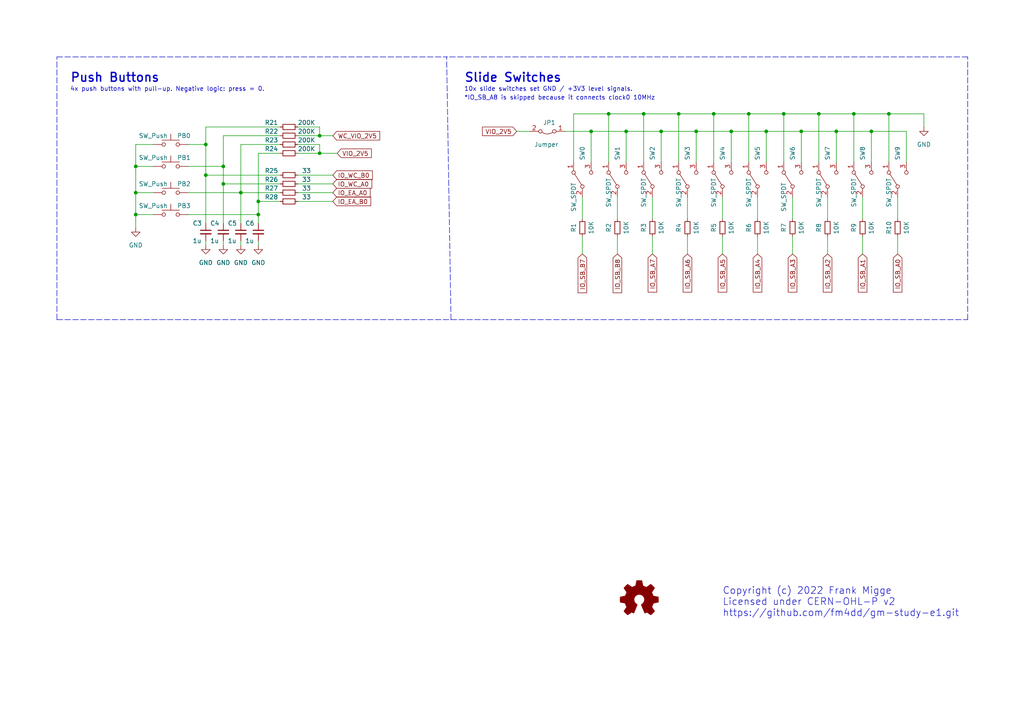
<source format=kicad_sch>
(kicad_sch (version 20211123) (generator eeschema)

  (uuid fb621946-f6c2-406d-a0f8-6ffa316208a7)

  (paper "A4")

  (title_block
    (title "GateMate E1 Study Board - Input Signals")
    (date "2022-09-07")
  )

  (lib_symbols
    (symbol "Device:C_Small" (pin_numbers hide) (pin_names (offset 0.254) hide) (in_bom yes) (on_board yes)
      (property "Reference" "C" (id 0) (at 0.254 1.778 0)
        (effects (font (size 1.27 1.27)) (justify left))
      )
      (property "Value" "C_Small" (id 1) (at 0.254 -2.032 0)
        (effects (font (size 1.27 1.27)) (justify left))
      )
      (property "Footprint" "" (id 2) (at 0 0 0)
        (effects (font (size 1.27 1.27)) hide)
      )
      (property "Datasheet" "~" (id 3) (at 0 0 0)
        (effects (font (size 1.27 1.27)) hide)
      )
      (property "ki_keywords" "capacitor cap" (id 4) (at 0 0 0)
        (effects (font (size 1.27 1.27)) hide)
      )
      (property "ki_description" "Unpolarized capacitor, small symbol" (id 5) (at 0 0 0)
        (effects (font (size 1.27 1.27)) hide)
      )
      (property "ki_fp_filters" "C_*" (id 6) (at 0 0 0)
        (effects (font (size 1.27 1.27)) hide)
      )
      (symbol "C_Small_0_1"
        (polyline
          (pts
            (xy -1.524 -0.508)
            (xy 1.524 -0.508)
          )
          (stroke (width 0.3302) (type default) (color 0 0 0 0))
          (fill (type none))
        )
        (polyline
          (pts
            (xy -1.524 0.508)
            (xy 1.524 0.508)
          )
          (stroke (width 0.3048) (type default) (color 0 0 0 0))
          (fill (type none))
        )
      )
      (symbol "C_Small_1_1"
        (pin passive line (at 0 2.54 270) (length 2.032)
          (name "~" (effects (font (size 1.27 1.27))))
          (number "1" (effects (font (size 1.27 1.27))))
        )
        (pin passive line (at 0 -2.54 90) (length 2.032)
          (name "~" (effects (font (size 1.27 1.27))))
          (number "2" (effects (font (size 1.27 1.27))))
        )
      )
    )
    (symbol "Device:R_Small" (pin_numbers hide) (pin_names (offset 0.254) hide) (in_bom yes) (on_board yes)
      (property "Reference" "R" (id 0) (at 0.762 0.508 0)
        (effects (font (size 1.27 1.27)) (justify left))
      )
      (property "Value" "R_Small" (id 1) (at 0.762 -1.016 0)
        (effects (font (size 1.27 1.27)) (justify left))
      )
      (property "Footprint" "" (id 2) (at 0 0 0)
        (effects (font (size 1.27 1.27)) hide)
      )
      (property "Datasheet" "~" (id 3) (at 0 0 0)
        (effects (font (size 1.27 1.27)) hide)
      )
      (property "ki_keywords" "R resistor" (id 4) (at 0 0 0)
        (effects (font (size 1.27 1.27)) hide)
      )
      (property "ki_description" "Resistor, small symbol" (id 5) (at 0 0 0)
        (effects (font (size 1.27 1.27)) hide)
      )
      (property "ki_fp_filters" "R_*" (id 6) (at 0 0 0)
        (effects (font (size 1.27 1.27)) hide)
      )
      (symbol "R_Small_0_1"
        (rectangle (start -0.762 1.778) (end 0.762 -1.778)
          (stroke (width 0.2032) (type default) (color 0 0 0 0))
          (fill (type none))
        )
      )
      (symbol "R_Small_1_1"
        (pin passive line (at 0 2.54 270) (length 0.762)
          (name "~" (effects (font (size 1.27 1.27))))
          (number "1" (effects (font (size 1.27 1.27))))
        )
        (pin passive line (at 0 -2.54 90) (length 0.762)
          (name "~" (effects (font (size 1.27 1.27))))
          (number "2" (effects (font (size 1.27 1.27))))
        )
      )
    )
    (symbol "Graphic:Logo_Open_Hardware_Small" (pin_names (offset 1.016)) (in_bom yes) (on_board yes)
      (property "Reference" "#LOGO" (id 0) (at 0 6.985 0)
        (effects (font (size 1.27 1.27)) hide)
      )
      (property "Value" "Logo_Open_Hardware_Small" (id 1) (at 0 -5.715 0)
        (effects (font (size 1.27 1.27)) hide)
      )
      (property "Footprint" "" (id 2) (at 0 0 0)
        (effects (font (size 1.27 1.27)) hide)
      )
      (property "Datasheet" "~" (id 3) (at 0 0 0)
        (effects (font (size 1.27 1.27)) hide)
      )
      (property "ki_keywords" "Logo" (id 4) (at 0 0 0)
        (effects (font (size 1.27 1.27)) hide)
      )
      (property "ki_description" "Open Hardware logo, small" (id 5) (at 0 0 0)
        (effects (font (size 1.27 1.27)) hide)
      )
      (symbol "Logo_Open_Hardware_Small_0_1"
        (polyline
          (pts
            (xy 3.3528 -4.3434)
            (xy 3.302 -4.318)
            (xy 3.175 -4.2418)
            (xy 2.9972 -4.1148)
            (xy 2.7686 -3.9624)
            (xy 2.54 -3.81)
            (xy 2.3622 -3.7084)
            (xy 2.2352 -3.6068)
            (xy 2.1844 -3.5814)
            (xy 2.159 -3.6068)
            (xy 2.0574 -3.6576)
            (xy 1.905 -3.7338)
            (xy 1.8034 -3.7846)
            (xy 1.6764 -3.8354)
            (xy 1.6002 -3.8354)
            (xy 1.6002 -3.8354)
            (xy 1.5494 -3.7338)
            (xy 1.4732 -3.5306)
            (xy 1.3462 -3.302)
            (xy 1.2446 -3.0226)
            (xy 1.1176 -2.7178)
            (xy 0.9652 -2.413)
            (xy 0.8636 -2.1082)
            (xy 0.7366 -1.8288)
            (xy 0.6604 -1.6256)
            (xy 0.6096 -1.4732)
            (xy 0.5842 -1.397)
            (xy 0.5842 -1.397)
            (xy 0.6604 -1.3208)
            (xy 0.7874 -1.2446)
            (xy 1.0414 -1.016)
            (xy 1.2954 -0.6858)
            (xy 1.4478 -0.3302)
            (xy 1.524 0.0762)
            (xy 1.4732 0.4572)
            (xy 1.3208 0.8128)
            (xy 1.0668 1.143)
            (xy 0.762 1.3716)
            (xy 0.4064 1.524)
            (xy 0 1.5748)
            (xy -0.381 1.5494)
            (xy -0.7366 1.397)
            (xy -1.0668 1.143)
            (xy -1.2192 0.9906)
            (xy -1.397 0.6604)
            (xy -1.524 0.3048)
            (xy -1.524 0.2286)
            (xy -1.4986 -0.1778)
            (xy -1.397 -0.5334)
            (xy -1.1938 -0.8636)
            (xy -0.9144 -1.143)
            (xy -0.8636 -1.1684)
            (xy -0.7366 -1.27)
            (xy -0.635 -1.3462)
            (xy -0.5842 -1.397)
            (xy -1.0668 -2.5908)
            (xy -1.143 -2.794)
            (xy -1.2954 -3.1242)
            (xy -1.397 -3.4036)
            (xy -1.4986 -3.6322)
            (xy -1.5748 -3.7846)
            (xy -1.6002 -3.8354)
            (xy -1.6002 -3.8354)
            (xy -1.651 -3.8354)
            (xy -1.7272 -3.81)
            (xy -1.905 -3.7338)
            (xy -2.0066 -3.683)
            (xy -2.1336 -3.6068)
            (xy -2.2098 -3.5814)
            (xy -2.2606 -3.6068)
            (xy -2.3622 -3.683)
            (xy -2.54 -3.81)
            (xy -2.7686 -3.9624)
            (xy -2.9718 -4.0894)
            (xy -3.1496 -4.2164)
            (xy -3.302 -4.318)
            (xy -3.3528 -4.3434)
            (xy -3.3782 -4.3434)
            (xy -3.429 -4.318)
            (xy -3.5306 -4.2164)
            (xy -3.7084 -4.064)
            (xy -3.937 -3.8354)
            (xy -3.9624 -3.81)
            (xy -4.1656 -3.6068)
            (xy -4.318 -3.4544)
            (xy -4.4196 -3.3274)
            (xy -4.445 -3.2766)
            (xy -4.445 -3.2766)
            (xy -4.4196 -3.2258)
            (xy -4.318 -3.0734)
            (xy -4.2164 -2.8956)
            (xy -4.064 -2.667)
            (xy -3.6576 -2.0828)
            (xy -3.8862 -1.5494)
            (xy -3.937 -1.3716)
            (xy -4.0386 -1.1684)
            (xy -4.0894 -1.0414)
            (xy -4.1148 -0.9652)
            (xy -4.191 -0.9398)
            (xy -4.318 -0.9144)
            (xy -4.5466 -0.8636)
            (xy -4.8006 -0.8128)
            (xy -5.0546 -0.7874)
            (xy -5.2578 -0.7366)
            (xy -5.4356 -0.7112)
            (xy -5.5118 -0.6858)
            (xy -5.5118 -0.6858)
            (xy -5.5372 -0.635)
            (xy -5.5372 -0.5588)
            (xy -5.5372 -0.4318)
            (xy -5.5626 -0.2286)
            (xy -5.5626 0.0762)
            (xy -5.5626 0.127)
            (xy -5.5372 0.4064)
            (xy -5.5372 0.635)
            (xy -5.5372 0.762)
            (xy -5.5372 0.8382)
            (xy -5.5372 0.8382)
            (xy -5.461 0.8382)
            (xy -5.3086 0.889)
            (xy -5.08 0.9144)
            (xy -4.826 0.9652)
            (xy -4.8006 0.9906)
            (xy -4.5466 1.0414)
            (xy -4.318 1.0668)
            (xy -4.1656 1.1176)
            (xy -4.0894 1.143)
            (xy -4.0894 1.143)
            (xy -4.0386 1.2446)
            (xy -3.9624 1.4224)
            (xy -3.8608 1.6256)
            (xy -3.7846 1.8288)
            (xy -3.7084 2.0066)
            (xy -3.6576 2.159)
            (xy -3.6322 2.2098)
            (xy -3.6322 2.2098)
            (xy -3.683 2.286)
            (xy -3.7592 2.413)
            (xy -3.8862 2.5908)
            (xy -4.064 2.8194)
            (xy -4.064 2.8448)
            (xy -4.2164 3.0734)
            (xy -4.3434 3.2512)
            (xy -4.4196 3.3782)
            (xy -4.445 3.4544)
            (xy -4.445 3.4544)
            (xy -4.3942 3.5052)
            (xy -4.2926 3.6322)
            (xy -4.1148 3.81)
            (xy -3.937 4.0132)
            (xy -3.8608 4.064)
            (xy -3.6576 4.2926)
            (xy -3.5052 4.4196)
            (xy -3.4036 4.4958)
            (xy -3.3528 4.5212)
            (xy -3.3528 4.5212)
            (xy -3.302 4.4704)
            (xy -3.1496 4.3688)
            (xy -2.9718 4.2418)
            (xy -2.7432 4.0894)
            (xy -2.7178 4.0894)
            (xy -2.4892 3.937)
            (xy -2.3114 3.81)
            (xy -2.1844 3.7084)
            (xy -2.1336 3.683)
            (xy -2.1082 3.683)
            (xy -2.032 3.7084)
            (xy -1.8542 3.7592)
            (xy -1.6764 3.8354)
            (xy -1.4732 3.937)
            (xy -1.27 4.0132)
            (xy -1.143 4.064)
            (xy -1.0668 4.1148)
            (xy -1.0668 4.1148)
            (xy -1.0414 4.191)
            (xy -1.016 4.3434)
            (xy -0.9652 4.572)
            (xy -0.9144 4.8514)
            (xy -0.889 4.9022)
            (xy -0.8382 5.1562)
            (xy -0.8128 5.3848)
            (xy -0.7874 5.5372)
            (xy -0.762 5.588)
            (xy -0.7112 5.6134)
            (xy -0.5842 5.6134)
            (xy -0.4064 5.6134)
            (xy -0.1524 5.6134)
            (xy 0.0762 5.6134)
            (xy 0.3302 5.6134)
            (xy 0.5334 5.6134)
            (xy 0.6858 5.588)
            (xy 0.7366 5.588)
            (xy 0.7366 5.588)
            (xy 0.762 5.5118)
            (xy 0.8128 5.334)
            (xy 0.8382 5.1054)
            (xy 0.9144 4.826)
            (xy 0.9144 4.7752)
            (xy 0.9652 4.5212)
            (xy 1.016 4.2926)
            (xy 1.0414 4.1402)
            (xy 1.0668 4.0894)
            (xy 1.0668 4.0894)
            (xy 1.1938 4.0386)
            (xy 1.3716 3.9624)
            (xy 1.5748 3.8608)
            (xy 2.0828 3.6576)
            (xy 2.7178 4.0894)
            (xy 2.7686 4.1402)
            (xy 2.9972 4.2926)
            (xy 3.175 4.4196)
            (xy 3.302 4.4958)
            (xy 3.3782 4.5212)
            (xy 3.3782 4.5212)
            (xy 3.429 4.4704)
            (xy 3.556 4.3434)
            (xy 3.7338 4.191)
            (xy 3.9116 3.9878)
            (xy 4.064 3.8354)
            (xy 4.2418 3.6576)
            (xy 4.3434 3.556)
            (xy 4.4196 3.4798)
            (xy 4.4196 3.429)
            (xy 4.4196 3.4036)
            (xy 4.3942 3.3274)
            (xy 4.2926 3.2004)
            (xy 4.1656 2.9972)
            (xy 4.0132 2.794)
            (xy 3.8862 2.5908)
            (xy 3.7592 2.3876)
            (xy 3.6576 2.2352)
            (xy 3.6322 2.159)
            (xy 3.6322 2.1336)
            (xy 3.683 2.0066)
            (xy 3.7592 1.8288)
            (xy 3.8608 1.6002)
            (xy 4.064 1.1176)
            (xy 4.3942 1.0414)
            (xy 4.5974 1.016)
            (xy 4.8768 0.9652)
            (xy 5.1308 0.9144)
            (xy 5.5372 0.8382)
            (xy 5.5626 -0.6604)
            (xy 5.4864 -0.6858)
            (xy 5.4356 -0.6858)
            (xy 5.2832 -0.7366)
            (xy 5.0546 -0.762)
            (xy 4.8006 -0.8128)
            (xy 4.5974 -0.8636)
            (xy 4.3688 -0.9144)
            (xy 4.2164 -0.9398)
            (xy 4.1402 -0.9398)
            (xy 4.1148 -0.9652)
            (xy 4.064 -1.0668)
            (xy 3.9878 -1.2446)
            (xy 3.9116 -1.4478)
            (xy 3.81 -1.651)
            (xy 3.7338 -1.8542)
            (xy 3.683 -2.0066)
            (xy 3.6576 -2.0828)
            (xy 3.683 -2.1336)
            (xy 3.7846 -2.2606)
            (xy 3.8862 -2.4638)
            (xy 4.0386 -2.667)
            (xy 4.191 -2.8956)
            (xy 4.318 -3.0734)
            (xy 4.3942 -3.2004)
            (xy 4.445 -3.2766)
            (xy 4.4196 -3.3274)
            (xy 4.3434 -3.429)
            (xy 4.1656 -3.5814)
            (xy 3.937 -3.8354)
            (xy 3.8862 -3.8608)
            (xy 3.683 -4.064)
            (xy 3.5306 -4.2164)
            (xy 3.4036 -4.318)
            (xy 3.3528 -4.3434)
          )
          (stroke (width 0) (type default) (color 0 0 0 0))
          (fill (type outline))
        )
      )
    )
    (symbol "Jumper:Jumper_2_Bridged" (pin_names (offset 0) hide) (in_bom yes) (on_board yes)
      (property "Reference" "JP" (id 0) (at 0 1.905 0)
        (effects (font (size 1.27 1.27)))
      )
      (property "Value" "Jumper_2_Bridged" (id 1) (at 0 -2.54 0)
        (effects (font (size 1.27 1.27)))
      )
      (property "Footprint" "" (id 2) (at 0 0 0)
        (effects (font (size 1.27 1.27)) hide)
      )
      (property "Datasheet" "~" (id 3) (at 0 0 0)
        (effects (font (size 1.27 1.27)) hide)
      )
      (property "ki_keywords" "Jumper SPST" (id 4) (at 0 0 0)
        (effects (font (size 1.27 1.27)) hide)
      )
      (property "ki_description" "Jumper, 2-pole, closed/bridged" (id 5) (at 0 0 0)
        (effects (font (size 1.27 1.27)) hide)
      )
      (property "ki_fp_filters" "Jumper* TestPoint*2Pads* TestPoint*Bridge*" (id 6) (at 0 0 0)
        (effects (font (size 1.27 1.27)) hide)
      )
      (symbol "Jumper_2_Bridged_0_0"
        (circle (center -2.032 0) (radius 0.508)
          (stroke (width 0) (type default) (color 0 0 0 0))
          (fill (type none))
        )
        (circle (center 2.032 0) (radius 0.508)
          (stroke (width 0) (type default) (color 0 0 0 0))
          (fill (type none))
        )
      )
      (symbol "Jumper_2_Bridged_0_1"
        (arc (start 1.524 0.254) (mid 0 0.762) (end -1.524 0.254)
          (stroke (width 0) (type default) (color 0 0 0 0))
          (fill (type none))
        )
      )
      (symbol "Jumper_2_Bridged_1_1"
        (pin passive line (at -5.08 0 0) (length 2.54)
          (name "A" (effects (font (size 1.27 1.27))))
          (number "1" (effects (font (size 1.27 1.27))))
        )
        (pin passive line (at 5.08 0 180) (length 2.54)
          (name "B" (effects (font (size 1.27 1.27))))
          (number "2" (effects (font (size 1.27 1.27))))
        )
      )
    )
    (symbol "Switch:SW_Push" (pin_numbers hide) (pin_names (offset 1.016) hide) (in_bom yes) (on_board yes)
      (property "Reference" "SW" (id 0) (at 1.27 2.54 0)
        (effects (font (size 1.27 1.27)) (justify left))
      )
      (property "Value" "SW_Push" (id 1) (at 0 -1.524 0)
        (effects (font (size 1.27 1.27)))
      )
      (property "Footprint" "" (id 2) (at 0 5.08 0)
        (effects (font (size 1.27 1.27)) hide)
      )
      (property "Datasheet" "~" (id 3) (at 0 5.08 0)
        (effects (font (size 1.27 1.27)) hide)
      )
      (property "ki_keywords" "switch normally-open pushbutton push-button" (id 4) (at 0 0 0)
        (effects (font (size 1.27 1.27)) hide)
      )
      (property "ki_description" "Push button switch, generic, two pins" (id 5) (at 0 0 0)
        (effects (font (size 1.27 1.27)) hide)
      )
      (symbol "SW_Push_0_1"
        (circle (center -2.032 0) (radius 0.508)
          (stroke (width 0) (type default) (color 0 0 0 0))
          (fill (type none))
        )
        (polyline
          (pts
            (xy 0 1.27)
            (xy 0 3.048)
          )
          (stroke (width 0) (type default) (color 0 0 0 0))
          (fill (type none))
        )
        (polyline
          (pts
            (xy 2.54 1.27)
            (xy -2.54 1.27)
          )
          (stroke (width 0) (type default) (color 0 0 0 0))
          (fill (type none))
        )
        (circle (center 2.032 0) (radius 0.508)
          (stroke (width 0) (type default) (color 0 0 0 0))
          (fill (type none))
        )
        (pin passive line (at -5.08 0 0) (length 2.54)
          (name "1" (effects (font (size 1.27 1.27))))
          (number "1" (effects (font (size 1.27 1.27))))
        )
        (pin passive line (at 5.08 0 180) (length 2.54)
          (name "2" (effects (font (size 1.27 1.27))))
          (number "2" (effects (font (size 1.27 1.27))))
        )
      )
    )
    (symbol "Switch:SW_SPDT" (pin_names (offset 0) hide) (in_bom yes) (on_board yes)
      (property "Reference" "SW" (id 0) (at 0 4.318 0)
        (effects (font (size 1.27 1.27)))
      )
      (property "Value" "SW_SPDT" (id 1) (at 0 -5.08 0)
        (effects (font (size 1.27 1.27)))
      )
      (property "Footprint" "" (id 2) (at 0 0 0)
        (effects (font (size 1.27 1.27)) hide)
      )
      (property "Datasheet" "~" (id 3) (at 0 0 0)
        (effects (font (size 1.27 1.27)) hide)
      )
      (property "ki_keywords" "switch single-pole double-throw spdt ON-ON" (id 4) (at 0 0 0)
        (effects (font (size 1.27 1.27)) hide)
      )
      (property "ki_description" "Switch, single pole double throw" (id 5) (at 0 0 0)
        (effects (font (size 1.27 1.27)) hide)
      )
      (symbol "SW_SPDT_0_0"
        (circle (center -2.032 0) (radius 0.508)
          (stroke (width 0) (type default) (color 0 0 0 0))
          (fill (type none))
        )
        (circle (center 2.032 -2.54) (radius 0.508)
          (stroke (width 0) (type default) (color 0 0 0 0))
          (fill (type none))
        )
      )
      (symbol "SW_SPDT_0_1"
        (polyline
          (pts
            (xy -1.524 0.254)
            (xy 1.651 2.286)
          )
          (stroke (width 0) (type default) (color 0 0 0 0))
          (fill (type none))
        )
        (circle (center 2.032 2.54) (radius 0.508)
          (stroke (width 0) (type default) (color 0 0 0 0))
          (fill (type none))
        )
      )
      (symbol "SW_SPDT_1_1"
        (pin passive line (at 5.08 2.54 180) (length 2.54)
          (name "A" (effects (font (size 1.27 1.27))))
          (number "1" (effects (font (size 1.27 1.27))))
        )
        (pin passive line (at -5.08 0 0) (length 2.54)
          (name "B" (effects (font (size 1.27 1.27))))
          (number "2" (effects (font (size 1.27 1.27))))
        )
        (pin passive line (at 5.08 -2.54 180) (length 2.54)
          (name "C" (effects (font (size 1.27 1.27))))
          (number "3" (effects (font (size 1.27 1.27))))
        )
      )
    )
    (symbol "power:GND" (power) (pin_names (offset 0)) (in_bom yes) (on_board yes)
      (property "Reference" "#PWR" (id 0) (at 0 -6.35 0)
        (effects (font (size 1.27 1.27)) hide)
      )
      (property "Value" "GND" (id 1) (at 0 -3.81 0)
        (effects (font (size 1.27 1.27)))
      )
      (property "Footprint" "" (id 2) (at 0 0 0)
        (effects (font (size 1.27 1.27)) hide)
      )
      (property "Datasheet" "" (id 3) (at 0 0 0)
        (effects (font (size 1.27 1.27)) hide)
      )
      (property "ki_keywords" "power-flag" (id 4) (at 0 0 0)
        (effects (font (size 1.27 1.27)) hide)
      )
      (property "ki_description" "Power symbol creates a global label with name \"GND\" , ground" (id 5) (at 0 0 0)
        (effects (font (size 1.27 1.27)) hide)
      )
      (symbol "GND_0_1"
        (polyline
          (pts
            (xy 0 0)
            (xy 0 -1.27)
            (xy 1.27 -1.27)
            (xy 0 -2.54)
            (xy -1.27 -1.27)
            (xy 0 -1.27)
          )
          (stroke (width 0) (type default) (color 0 0 0 0))
          (fill (type none))
        )
      )
      (symbol "GND_1_1"
        (pin power_in line (at 0 0 270) (length 0) hide
          (name "GND" (effects (font (size 1.27 1.27))))
          (number "1" (effects (font (size 1.27 1.27))))
        )
      )
    )
  )

  (junction (at 92.71 44.45) (diameter 0) (color 0 0 0 0)
    (uuid 0e960463-a286-4f79-a328-4fcc2cdfe21d)
  )
  (junction (at 59.69 50.8) (diameter 0) (color 0 0 0 0)
    (uuid 0f4e2f53-13ea-4506-a1d7-d68029042708)
  )
  (junction (at 191.77 38.1) (diameter 0) (color 0 0 0 0)
    (uuid 196d2d1f-fd58-46b2-bc7f-1f24149c7913)
  )
  (junction (at 39.37 55.88) (diameter 0) (color 0 0 0 0)
    (uuid 1d954d7a-9b30-42d7-8da9-ebb2dbfff363)
  )
  (junction (at 186.69 33.02) (diameter 0) (color 0 0 0 0)
    (uuid 20a3f8f2-d752-474c-b46f-133b36e1243d)
  )
  (junction (at 207.01 33.02) (diameter 0) (color 0 0 0 0)
    (uuid 40c3c219-8b48-4261-a557-25f2811e7866)
  )
  (junction (at 92.71 39.37) (diameter 0) (color 0 0 0 0)
    (uuid 559607a5-23e2-4be2-9c67-aced5ee7b1b2)
  )
  (junction (at 242.57 38.1) (diameter 0) (color 0 0 0 0)
    (uuid 740593a8-0832-4f06-8743-333d3c71d7f4)
  )
  (junction (at 196.85 33.02) (diameter 0) (color 0 0 0 0)
    (uuid 77fab900-f17c-4f3a-ab0e-2b632e4bbbd2)
  )
  (junction (at 64.77 48.26) (diameter 0) (color 0 0 0 0)
    (uuid 82e37004-ccac-4ab7-8357-3317f37bd09b)
  )
  (junction (at 39.37 48.26) (diameter 0) (color 0 0 0 0)
    (uuid 94b98350-094e-438f-b591-3edc7f13ccb0)
  )
  (junction (at 181.61 38.1) (diameter 0) (color 0 0 0 0)
    (uuid 99274416-bbc1-4883-8e98-88b650eb433a)
  )
  (junction (at 74.93 58.42) (diameter 0) (color 0 0 0 0)
    (uuid 9ac612d4-46bb-4ea8-94e4-59e60a69749b)
  )
  (junction (at 74.93 62.23) (diameter 0) (color 0 0 0 0)
    (uuid 9b624468-8fb6-4af0-8d69-1c2ff316ec55)
  )
  (junction (at 217.17 33.02) (diameter 0) (color 0 0 0 0)
    (uuid a47241ee-fa63-4a61-9555-8ec1736faf6f)
  )
  (junction (at 237.49 33.02) (diameter 0) (color 0 0 0 0)
    (uuid a539df3c-1a69-4691-9b2a-2ebbf5d92a7a)
  )
  (junction (at 222.25 38.1) (diameter 0) (color 0 0 0 0)
    (uuid ab3c5a9f-6864-4da5-8771-71eb7002fa08)
  )
  (junction (at 257.81 33.02) (diameter 0) (color 0 0 0 0)
    (uuid adcc9402-9391-4a6d-8c6c-a1b922afd196)
  )
  (junction (at 227.33 33.02) (diameter 0) (color 0 0 0 0)
    (uuid af90832b-19c7-4ca0-a131-2d7afafb604d)
  )
  (junction (at 212.09 38.1) (diameter 0) (color 0 0 0 0)
    (uuid b1460b93-9bd6-4ab1-9863-4d2ad476b173)
  )
  (junction (at 59.69 41.91) (diameter 0) (color 0 0 0 0)
    (uuid b58f252f-bdaa-4e88-ab3b-1570154d4827)
  )
  (junction (at 69.85 55.88) (diameter 0) (color 0 0 0 0)
    (uuid bc9c1f45-0823-458e-a189-4e3d5221a8c2)
  )
  (junction (at 39.37 62.23) (diameter 0) (color 0 0 0 0)
    (uuid c3b268cf-7317-4486-bce9-52572ae9ac75)
  )
  (junction (at 247.65 33.02) (diameter 0) (color 0 0 0 0)
    (uuid d24bf017-0e08-43e0-9dd8-2212f0937fcb)
  )
  (junction (at 176.53 33.02) (diameter 0) (color 0 0 0 0)
    (uuid d8c50088-ab60-469f-81d6-e47b8595e3c1)
  )
  (junction (at 232.41 38.1) (diameter 0) (color 0 0 0 0)
    (uuid d910040e-73f1-4797-95aa-73e0354be409)
  )
  (junction (at 252.73 38.1) (diameter 0) (color 0 0 0 0)
    (uuid d9eba1d4-d7a6-41d9-9f29-fbba47625610)
  )
  (junction (at 171.45 38.1) (diameter 0) (color 0 0 0 0)
    (uuid e2286726-50db-4045-8d79-90128db84cf7)
  )
  (junction (at 64.77 53.34) (diameter 0) (color 0 0 0 0)
    (uuid e93666b6-94d8-4a3a-8ce1-9a3b46cd8a72)
  )
  (junction (at 201.93 38.1) (diameter 0) (color 0 0 0 0)
    (uuid efe7b89e-fc4e-47ff-887c-59af5668e8a3)
  )

  (wire (pts (xy 227.33 46.99) (xy 227.33 33.02))
    (stroke (width 0) (type default) (color 0 0 0 0))
    (uuid 02b462d6-a54c-4254-b225-c39a5144377f)
  )
  (wire (pts (xy 267.97 33.02) (xy 267.97 36.83))
    (stroke (width 0) (type default) (color 0 0 0 0))
    (uuid 033351cf-5b2b-4b99-9057-fb24acacda65)
  )
  (wire (pts (xy 196.85 46.99) (xy 196.85 33.02))
    (stroke (width 0) (type default) (color 0 0 0 0))
    (uuid 097ad904-3dcd-495b-b938-a239ec76fbe6)
  )
  (wire (pts (xy 96.52 39.37) (xy 92.71 39.37))
    (stroke (width 0) (type default) (color 0 0 0 0))
    (uuid 0a349163-b362-4a85-8074-19cb73436e57)
  )
  (wire (pts (xy 222.25 46.99) (xy 222.25 38.1))
    (stroke (width 0) (type default) (color 0 0 0 0))
    (uuid 0a709c6e-4cbb-4724-8a3d-de680f26af03)
  )
  (wire (pts (xy 207.01 46.99) (xy 207.01 33.02))
    (stroke (width 0) (type default) (color 0 0 0 0))
    (uuid 0a979c8c-c241-433f-8d1c-5b3025e4625d)
  )
  (wire (pts (xy 54.61 41.91) (xy 59.69 41.91))
    (stroke (width 0) (type default) (color 0 0 0 0))
    (uuid 0af6ac1c-bb8a-4cef-8760-162fbe49d1eb)
  )
  (wire (pts (xy 64.77 39.37) (xy 81.28 39.37))
    (stroke (width 0) (type default) (color 0 0 0 0))
    (uuid 0b247a34-fbc9-4622-a574-efc80b2ed517)
  )
  (wire (pts (xy 59.69 41.91) (xy 59.69 36.83))
    (stroke (width 0) (type default) (color 0 0 0 0))
    (uuid 0b743e80-1ab8-4c24-b4c7-3ad0cf3a946e)
  )
  (wire (pts (xy 242.57 46.99) (xy 242.57 38.1))
    (stroke (width 0) (type default) (color 0 0 0 0))
    (uuid 0b7f18d5-cc69-430b-ad32-4ec9d16ee3ba)
  )
  (wire (pts (xy 86.36 58.42) (xy 96.52 58.42))
    (stroke (width 0) (type default) (color 0 0 0 0))
    (uuid 0c708ea2-4497-470f-b4f9-ab3cfb9b8bde)
  )
  (wire (pts (xy 86.36 36.83) (xy 92.71 36.83))
    (stroke (width 0) (type default) (color 0 0 0 0))
    (uuid 0ed1220a-5546-4fc8-9567-2ab20d6babb5)
  )
  (wire (pts (xy 69.85 55.88) (xy 81.28 55.88))
    (stroke (width 0) (type default) (color 0 0 0 0))
    (uuid 12577780-159b-40c0-90fe-c59836834836)
  )
  (wire (pts (xy 92.71 39.37) (xy 92.71 36.83))
    (stroke (width 0) (type default) (color 0 0 0 0))
    (uuid 132f7f11-1359-4d5b-ab04-42e66c1a8f5e)
  )
  (wire (pts (xy 69.85 55.88) (xy 69.85 64.77))
    (stroke (width 0) (type default) (color 0 0 0 0))
    (uuid 25758ee5-5201-4c22-a564-7c8729231727)
  )
  (wire (pts (xy 69.85 41.91) (xy 81.28 41.91))
    (stroke (width 0) (type default) (color 0 0 0 0))
    (uuid 25f5e511-83ec-455d-9848-5cf2e5faa747)
  )
  (polyline (pts (xy 130.81 92.71) (xy 280.67 92.71))
    (stroke (width 0) (type default) (color 0 0 0 0))
    (uuid 264dd8a6-eabb-4991-b09a-91743e343447)
  )

  (wire (pts (xy 163.83 38.1) (xy 171.45 38.1))
    (stroke (width 0) (type default) (color 0 0 0 0))
    (uuid 2a24ad6d-cdd3-4929-a399-0c233f1ce606)
  )
  (wire (pts (xy 250.19 73.66) (xy 250.19 68.58))
    (stroke (width 0) (type default) (color 0 0 0 0))
    (uuid 2b2d86bd-9bd5-4530-9d54-2ee0cb647a78)
  )
  (wire (pts (xy 86.36 41.91) (xy 92.71 41.91))
    (stroke (width 0) (type default) (color 0 0 0 0))
    (uuid 2da31e43-a316-44c7-a75c-99949cb1d569)
  )
  (wire (pts (xy 191.77 38.1) (xy 181.61 38.1))
    (stroke (width 0) (type default) (color 0 0 0 0))
    (uuid 2ffaf566-f50e-4790-a454-dca8fd1ae773)
  )
  (wire (pts (xy 69.85 41.91) (xy 69.85 55.88))
    (stroke (width 0) (type default) (color 0 0 0 0))
    (uuid 31a3a8a7-e95d-4609-b0c1-3935f22bc500)
  )
  (wire (pts (xy 237.49 46.99) (xy 237.49 33.02))
    (stroke (width 0) (type default) (color 0 0 0 0))
    (uuid 33d1f7b9-d903-4734-be12-f18b6c4d8b20)
  )
  (wire (pts (xy 166.37 46.99) (xy 166.37 33.02))
    (stroke (width 0) (type default) (color 0 0 0 0))
    (uuid 34fba47b-0130-47ea-bcb3-1ca6ae452886)
  )
  (polyline (pts (xy 16.51 92.71) (xy 16.51 16.51))
    (stroke (width 0) (type default) (color 0 0 0 0))
    (uuid 35d191e1-a975-47ad-85b1-ba0b264148d2)
  )

  (wire (pts (xy 252.73 46.99) (xy 252.73 38.1))
    (stroke (width 0) (type default) (color 0 0 0 0))
    (uuid 380cc328-8653-47b3-a71a-8546007517d7)
  )
  (wire (pts (xy 59.69 41.91) (xy 59.69 50.8))
    (stroke (width 0) (type default) (color 0 0 0 0))
    (uuid 3813c183-97dd-4266-bad6-3fe23be52771)
  )
  (wire (pts (xy 201.93 38.1) (xy 191.77 38.1))
    (stroke (width 0) (type default) (color 0 0 0 0))
    (uuid 3af7181f-810d-4c5b-8798-8e262b13db2d)
  )
  (wire (pts (xy 229.87 73.66) (xy 229.87 68.58))
    (stroke (width 0) (type default) (color 0 0 0 0))
    (uuid 3b2520fb-4b65-41d1-94e4-3b4dd8fb41b3)
  )
  (wire (pts (xy 74.93 58.42) (xy 74.93 62.23))
    (stroke (width 0) (type default) (color 0 0 0 0))
    (uuid 3be0cd4c-d0b3-4d37-a3d9-6b3cc8a34c1c)
  )
  (wire (pts (xy 260.35 73.66) (xy 260.35 68.58))
    (stroke (width 0) (type default) (color 0 0 0 0))
    (uuid 3be86138-b271-4bf3-8dec-b91710b2d0de)
  )
  (wire (pts (xy 237.49 33.02) (xy 247.65 33.02))
    (stroke (width 0) (type default) (color 0 0 0 0))
    (uuid 3f080285-79cf-450b-b8b1-e064e36fb8f3)
  )
  (wire (pts (xy 54.61 55.88) (xy 69.85 55.88))
    (stroke (width 0) (type default) (color 0 0 0 0))
    (uuid 41d95927-3169-42c4-ac27-ab80845413f7)
  )
  (wire (pts (xy 176.53 46.99) (xy 176.53 33.02))
    (stroke (width 0) (type default) (color 0 0 0 0))
    (uuid 4256ae79-8784-4ea3-b1b2-c1de4685bbc1)
  )
  (polyline (pts (xy 16.51 92.71) (xy 130.81 92.71))
    (stroke (width 0) (type default) (color 0 0 0 0))
    (uuid 433109a2-7db7-4d16-a387-21d8f7af5098)
  )

  (wire (pts (xy 39.37 62.23) (xy 44.45 62.23))
    (stroke (width 0) (type default) (color 0 0 0 0))
    (uuid 441909e5-368d-42e3-ba4b-5779779abef1)
  )
  (wire (pts (xy 250.19 63.5) (xy 250.19 57.15))
    (stroke (width 0) (type default) (color 0 0 0 0))
    (uuid 4a9d29a8-2121-42df-91e8-71ee9546379f)
  )
  (wire (pts (xy 219.71 73.66) (xy 219.71 68.58))
    (stroke (width 0) (type default) (color 0 0 0 0))
    (uuid 4d5a13c8-7c5f-484a-9b58-d35e51671d1b)
  )
  (wire (pts (xy 201.93 46.99) (xy 201.93 38.1))
    (stroke (width 0) (type default) (color 0 0 0 0))
    (uuid 4d81dd98-1c48-4f97-b195-5b3047fc5dc6)
  )
  (wire (pts (xy 247.65 33.02) (xy 257.81 33.02))
    (stroke (width 0) (type default) (color 0 0 0 0))
    (uuid 4eb99d67-562b-482b-8d9f-a7bb23fa5c89)
  )
  (wire (pts (xy 199.39 63.5) (xy 199.39 57.15))
    (stroke (width 0) (type default) (color 0 0 0 0))
    (uuid 4edd2484-dbca-4844-beaa-d3d39b510a3b)
  )
  (wire (pts (xy 179.07 63.5) (xy 179.07 57.15))
    (stroke (width 0) (type default) (color 0 0 0 0))
    (uuid 52773c56-c2cc-447c-9734-3d4ca300b26e)
  )
  (wire (pts (xy 74.93 69.85) (xy 74.93 71.12))
    (stroke (width 0) (type default) (color 0 0 0 0))
    (uuid 52c0af4d-422d-40c2-be31-a8f809db1b6d)
  )
  (wire (pts (xy 39.37 41.91) (xy 39.37 48.26))
    (stroke (width 0) (type default) (color 0 0 0 0))
    (uuid 534604be-00d3-4101-b735-293bce9f7d86)
  )
  (wire (pts (xy 171.45 38.1) (xy 181.61 38.1))
    (stroke (width 0) (type default) (color 0 0 0 0))
    (uuid 53eac999-c6ec-4ba3-8cd0-fda1b33f392d)
  )
  (wire (pts (xy 232.41 38.1) (xy 242.57 38.1))
    (stroke (width 0) (type default) (color 0 0 0 0))
    (uuid 56033375-e9aa-4a8f-b565-cccf663b6a55)
  )
  (wire (pts (xy 247.65 46.99) (xy 247.65 33.02))
    (stroke (width 0) (type default) (color 0 0 0 0))
    (uuid 5711ed2a-0d2e-4b05-aefc-353d36fe64a2)
  )
  (wire (pts (xy 86.36 50.8) (xy 96.52 50.8))
    (stroke (width 0) (type default) (color 0 0 0 0))
    (uuid 5e03a1ad-693c-4927-9ba8-00f6d9e61912)
  )
  (wire (pts (xy 232.41 46.99) (xy 232.41 38.1))
    (stroke (width 0) (type default) (color 0 0 0 0))
    (uuid 5efeac6a-195b-4b82-9c0c-387aee3591f7)
  )
  (wire (pts (xy 191.77 46.99) (xy 191.77 38.1))
    (stroke (width 0) (type default) (color 0 0 0 0))
    (uuid 5fa70f05-2b7f-4d49-9405-19f2df3161f2)
  )
  (wire (pts (xy 229.87 63.5) (xy 229.87 57.15))
    (stroke (width 0) (type default) (color 0 0 0 0))
    (uuid 6519ea01-9864-427d-a8a1-559e5f7f9a38)
  )
  (wire (pts (xy 262.89 38.1) (xy 252.73 38.1))
    (stroke (width 0) (type default) (color 0 0 0 0))
    (uuid 6a2d4cc4-2386-40b4-95b1-3fe8af9221c8)
  )
  (wire (pts (xy 44.45 41.91) (xy 39.37 41.91))
    (stroke (width 0) (type default) (color 0 0 0 0))
    (uuid 6dfd6bbe-a1eb-440c-92e6-0e6e58a716d8)
  )
  (wire (pts (xy 186.69 33.02) (xy 196.85 33.02))
    (stroke (width 0) (type default) (color 0 0 0 0))
    (uuid 71fe19d0-0503-45b8-8de8-b09937aafe31)
  )
  (wire (pts (xy 196.85 33.02) (xy 207.01 33.02))
    (stroke (width 0) (type default) (color 0 0 0 0))
    (uuid 7345ae6b-3136-4041-9743-ea31d27ce677)
  )
  (wire (pts (xy 54.61 48.26) (xy 64.77 48.26))
    (stroke (width 0) (type default) (color 0 0 0 0))
    (uuid 773c5151-8769-4bc9-bd6a-578572f0ade8)
  )
  (wire (pts (xy 149.86 38.1) (xy 153.67 38.1))
    (stroke (width 0) (type default) (color 0 0 0 0))
    (uuid 797a2498-b5c4-4adb-9dab-234dbb7bb713)
  )
  (polyline (pts (xy 280.67 92.71) (xy 280.67 16.51))
    (stroke (width 0) (type default) (color 0 0 0 0))
    (uuid 7c36838b-4c96-4a2f-9475-86ca2394d8e7)
  )

  (wire (pts (xy 222.25 38.1) (xy 232.41 38.1))
    (stroke (width 0) (type default) (color 0 0 0 0))
    (uuid 7e521be1-203c-4c9a-b46d-dc006ed63daf)
  )
  (wire (pts (xy 92.71 44.45) (xy 97.79 44.45))
    (stroke (width 0) (type default) (color 0 0 0 0))
    (uuid 8507139b-8841-4477-81c7-8c4747a0f22a)
  )
  (wire (pts (xy 189.23 73.66) (xy 189.23 68.58))
    (stroke (width 0) (type default) (color 0 0 0 0))
    (uuid 875c122f-afea-47ac-b5f5-aff37da668d0)
  )
  (wire (pts (xy 54.61 62.23) (xy 74.93 62.23))
    (stroke (width 0) (type default) (color 0 0 0 0))
    (uuid 8ccdc926-609b-4b6f-9ee0-962b5e0d2cc8)
  )
  (wire (pts (xy 64.77 53.34) (xy 64.77 64.77))
    (stroke (width 0) (type default) (color 0 0 0 0))
    (uuid 8dda02a0-d400-424b-98e9-9dd4ec04e1d0)
  )
  (wire (pts (xy 74.93 62.23) (xy 74.93 64.77))
    (stroke (width 0) (type default) (color 0 0 0 0))
    (uuid 9200a88d-b4e5-44c8-83a0-896714050272)
  )
  (wire (pts (xy 86.36 55.88) (xy 96.52 55.88))
    (stroke (width 0) (type default) (color 0 0 0 0))
    (uuid 9373ac67-e29f-45f3-a6da-11eabfa8ad79)
  )
  (wire (pts (xy 59.69 69.85) (xy 59.69 71.12))
    (stroke (width 0) (type default) (color 0 0 0 0))
    (uuid 93cc4c20-5dde-4524-9d9b-1e777e6a21a3)
  )
  (wire (pts (xy 240.03 73.66) (xy 240.03 68.58))
    (stroke (width 0) (type default) (color 0 0 0 0))
    (uuid 96390e81-b1db-4213-9c41-e971e21117ee)
  )
  (wire (pts (xy 39.37 48.26) (xy 39.37 55.88))
    (stroke (width 0) (type default) (color 0 0 0 0))
    (uuid 966ae593-fdf1-4325-92ec-f38df0b5ca90)
  )
  (polyline (pts (xy 130.81 92.71) (xy 129.54 16.51))
    (stroke (width 0) (type default) (color 0 0 0 0))
    (uuid 987994cb-5d50-4340-beef-37bc2875cb55)
  )

  (wire (pts (xy 74.93 58.42) (xy 81.28 58.42))
    (stroke (width 0) (type default) (color 0 0 0 0))
    (uuid 9a5a7b3f-32e0-4bee-a120-df0367ebad91)
  )
  (wire (pts (xy 252.73 38.1) (xy 242.57 38.1))
    (stroke (width 0) (type default) (color 0 0 0 0))
    (uuid 9ba9aa88-903c-4844-857a-1e72b4bad79c)
  )
  (wire (pts (xy 207.01 33.02) (xy 217.17 33.02))
    (stroke (width 0) (type default) (color 0 0 0 0))
    (uuid a072fa80-d986-491c-bf05-4023082bcc9a)
  )
  (wire (pts (xy 59.69 50.8) (xy 59.69 64.77))
    (stroke (width 0) (type default) (color 0 0 0 0))
    (uuid a0985084-ba6d-4eec-a166-439727d87ff7)
  )
  (wire (pts (xy 166.37 33.02) (xy 176.53 33.02))
    (stroke (width 0) (type default) (color 0 0 0 0))
    (uuid a1fdc5c7-924d-46bf-b7da-057ab172085e)
  )
  (wire (pts (xy 64.77 53.34) (xy 81.28 53.34))
    (stroke (width 0) (type default) (color 0 0 0 0))
    (uuid a4fe6b02-bc17-49a8-ac67-f0301be84756)
  )
  (wire (pts (xy 86.36 39.37) (xy 92.71 39.37))
    (stroke (width 0) (type default) (color 0 0 0 0))
    (uuid a61121fb-2aff-4747-9e90-6602ab61f5ac)
  )
  (wire (pts (xy 257.81 46.99) (xy 257.81 33.02))
    (stroke (width 0) (type default) (color 0 0 0 0))
    (uuid a8103246-d21a-4b54-bde5-f32014dfcb63)
  )
  (wire (pts (xy 179.07 73.66) (xy 179.07 68.58))
    (stroke (width 0) (type default) (color 0 0 0 0))
    (uuid af699169-9941-4ff9-b2ac-824bef52907c)
  )
  (wire (pts (xy 59.69 50.8) (xy 81.28 50.8))
    (stroke (width 0) (type default) (color 0 0 0 0))
    (uuid b2c03c75-53f6-4e62-bb8e-ccf26582a792)
  )
  (wire (pts (xy 86.36 53.34) (xy 96.52 53.34))
    (stroke (width 0) (type default) (color 0 0 0 0))
    (uuid b625d170-2075-4835-b723-f90a3e1bf716)
  )
  (wire (pts (xy 92.71 44.45) (xy 92.71 41.91))
    (stroke (width 0) (type default) (color 0 0 0 0))
    (uuid b782ab59-d14b-4e1c-b16d-d81f8faec5cb)
  )
  (wire (pts (xy 212.09 46.99) (xy 212.09 38.1))
    (stroke (width 0) (type default) (color 0 0 0 0))
    (uuid b8723910-9d1e-4355-9651-9e0e450b6d63)
  )
  (wire (pts (xy 219.71 63.5) (xy 219.71 57.15))
    (stroke (width 0) (type default) (color 0 0 0 0))
    (uuid c32fe62a-1b6f-4cdd-9e44-944e32e4f1f0)
  )
  (wire (pts (xy 212.09 38.1) (xy 201.93 38.1))
    (stroke (width 0) (type default) (color 0 0 0 0))
    (uuid c47483d6-c7f8-4228-ac05-3afbe7c0b04f)
  )
  (polyline (pts (xy 280.67 16.51) (xy 129.54 16.51))
    (stroke (width 0) (type default) (color 0 0 0 0))
    (uuid c72ce65f-0360-49bf-bfb3-ecb794698b11)
  )

  (wire (pts (xy 39.37 55.88) (xy 39.37 62.23))
    (stroke (width 0) (type default) (color 0 0 0 0))
    (uuid c8326fed-a809-403c-9d96-d90d395c1a0e)
  )
  (wire (pts (xy 189.23 63.5) (xy 189.23 57.15))
    (stroke (width 0) (type default) (color 0 0 0 0))
    (uuid cd3b4896-b87f-424a-b013-aee12efffe28)
  )
  (wire (pts (xy 64.77 48.26) (xy 64.77 53.34))
    (stroke (width 0) (type default) (color 0 0 0 0))
    (uuid cff84426-f7bb-4e4b-91a0-57214048f497)
  )
  (wire (pts (xy 168.91 63.5) (xy 168.91 57.15))
    (stroke (width 0) (type default) (color 0 0 0 0))
    (uuid d04b2c8d-50af-46f1-9c19-3e87da6fb9f8)
  )
  (wire (pts (xy 74.93 44.45) (xy 74.93 58.42))
    (stroke (width 0) (type default) (color 0 0 0 0))
    (uuid d08073d0-c07d-4257-8d24-beb1794c6208)
  )
  (wire (pts (xy 260.35 63.5) (xy 260.35 57.15))
    (stroke (width 0) (type default) (color 0 0 0 0))
    (uuid d27711dc-c22a-402d-b941-73dba4322a62)
  )
  (wire (pts (xy 217.17 46.99) (xy 217.17 33.02))
    (stroke (width 0) (type default) (color 0 0 0 0))
    (uuid d4a605c4-d4d1-400d-94bf-cba139d24e46)
  )
  (wire (pts (xy 171.45 46.99) (xy 171.45 38.1))
    (stroke (width 0) (type default) (color 0 0 0 0))
    (uuid d4cc7c4b-1b1e-4c70-b157-e8ca08652bf0)
  )
  (wire (pts (xy 240.03 63.5) (xy 240.03 57.15))
    (stroke (width 0) (type default) (color 0 0 0 0))
    (uuid dbda6c8a-6a3a-4283-9513-d14e36170452)
  )
  (wire (pts (xy 217.17 33.02) (xy 227.33 33.02))
    (stroke (width 0) (type default) (color 0 0 0 0))
    (uuid dedcc71f-4579-4e0d-9f2f-7b8c58c2da63)
  )
  (wire (pts (xy 74.93 44.45) (xy 81.28 44.45))
    (stroke (width 0) (type default) (color 0 0 0 0))
    (uuid df214f9f-5670-4c09-91b4-73a4d91ca7a6)
  )
  (wire (pts (xy 39.37 48.26) (xy 44.45 48.26))
    (stroke (width 0) (type default) (color 0 0 0 0))
    (uuid df77ef22-5f28-4982-a91f-ff40ef2aefab)
  )
  (wire (pts (xy 64.77 39.37) (xy 64.77 48.26))
    (stroke (width 0) (type default) (color 0 0 0 0))
    (uuid e37cfd37-6141-406b-a4bf-7285fbc4efd8)
  )
  (wire (pts (xy 69.85 69.85) (xy 69.85 71.12))
    (stroke (width 0) (type default) (color 0 0 0 0))
    (uuid e37fcac7-244d-47f2-954e-39d2dc0177e6)
  )
  (wire (pts (xy 262.89 46.99) (xy 262.89 38.1))
    (stroke (width 0) (type default) (color 0 0 0 0))
    (uuid e60e4f0c-80e3-4cab-87a1-96d08dcfdcd5)
  )
  (wire (pts (xy 181.61 46.99) (xy 181.61 38.1))
    (stroke (width 0) (type default) (color 0 0 0 0))
    (uuid e877657c-ff9f-4a84-a01e-6414112e2943)
  )
  (wire (pts (xy 186.69 46.99) (xy 186.69 33.02))
    (stroke (width 0) (type default) (color 0 0 0 0))
    (uuid e87cc323-984a-44a0-8f92-19153c4cfb71)
  )
  (wire (pts (xy 59.69 36.83) (xy 81.28 36.83))
    (stroke (width 0) (type default) (color 0 0 0 0))
    (uuid e94f9ad3-ba49-42de-ac52-738f07bfe1e8)
  )
  (wire (pts (xy 86.36 44.45) (xy 92.71 44.45))
    (stroke (width 0) (type default) (color 0 0 0 0))
    (uuid ea974310-cdc8-4933-b77c-14427417fdb4)
  )
  (wire (pts (xy 209.55 63.5) (xy 209.55 57.15))
    (stroke (width 0) (type default) (color 0 0 0 0))
    (uuid ebba3baf-1001-43a8-b4a0-b49300516647)
  )
  (wire (pts (xy 176.53 33.02) (xy 186.69 33.02))
    (stroke (width 0) (type default) (color 0 0 0 0))
    (uuid ecb4eab2-7e77-4026-b492-97556f3b33bf)
  )
  (wire (pts (xy 64.77 69.85) (xy 64.77 71.12))
    (stroke (width 0) (type default) (color 0 0 0 0))
    (uuid edeef180-2408-435f-9515-c6223fe04dcd)
  )
  (wire (pts (xy 257.81 33.02) (xy 267.97 33.02))
    (stroke (width 0) (type default) (color 0 0 0 0))
    (uuid eec12479-b970-43b8-aecb-e58f352b9520)
  )
  (wire (pts (xy 227.33 33.02) (xy 237.49 33.02))
    (stroke (width 0) (type default) (color 0 0 0 0))
    (uuid ef163035-1ecb-4c20-a435-41f8cc2baac1)
  )
  (polyline (pts (xy 16.51 16.51) (xy 129.54 16.51))
    (stroke (width 0) (type default) (color 0 0 0 0))
    (uuid ef641e80-4e10-49b0-9aba-9c0167ca0873)
  )

  (wire (pts (xy 39.37 62.23) (xy 39.37 66.04))
    (stroke (width 0) (type default) (color 0 0 0 0))
    (uuid f026016f-daf8-4dbd-b054-87084b70dbd2)
  )
  (wire (pts (xy 209.55 73.66) (xy 209.55 68.58))
    (stroke (width 0) (type default) (color 0 0 0 0))
    (uuid f43ad66f-663c-4bc7-a6f7-8e68db64700a)
  )
  (wire (pts (xy 199.39 73.66) (xy 199.39 68.58))
    (stroke (width 0) (type default) (color 0 0 0 0))
    (uuid f5cc71b1-3a70-445b-a74c-87190d5e714d)
  )
  (wire (pts (xy 39.37 55.88) (xy 44.45 55.88))
    (stroke (width 0) (type default) (color 0 0 0 0))
    (uuid f8887399-6d79-4bce-8743-4edb4244056a)
  )
  (wire (pts (xy 168.91 73.66) (xy 168.91 68.58))
    (stroke (width 0) (type default) (color 0 0 0 0))
    (uuid fafe009a-f602-4fc8-8b6e-b573c7f1f6c2)
  )
  (wire (pts (xy 222.25 38.1) (xy 212.09 38.1))
    (stroke (width 0) (type default) (color 0 0 0 0))
    (uuid ff21f1b5-610e-432b-a70b-a62f434b1024)
  )

  (text "Copyright (c) 2022 Frank Migge\nLicensed under CERN-OHL-P v2\nhttps://github.com/fm4dd/gm-study-e1.git"
    (at 209.55 179.07 0)
    (effects (font (size 2 2)) (justify left bottom))
    (uuid 1f75c99c-761b-4cb3-b6d4-eb8041734823)
  )
  (text "4x push buttons with pull-up. Negative logic: press = 0."
    (at 20.32 26.67 0)
    (effects (font (size 1.27 1.27)) (justify left bottom))
    (uuid 48124060-56b0-4efa-96f5-f7595ecab293)
  )
  (text "Push Buttons" (at 20.32 24.13 0)
    (effects (font (size 2.54 2.54) (thickness 0.4) bold) (justify left bottom))
    (uuid 5df98ad4-d560-42e2-b14d-e9c5ce187043)
  )
  (text "10x slide switches set GND / +3V3 level signals." (at 134.62 26.67 0)
    (effects (font (size 1.27 1.27)) (justify left bottom))
    (uuid 6aef697b-e4f9-429c-98a3-449a9c1ccac7)
  )
  (text "Slide Switches" (at 134.62 24.13 0)
    (effects (font (size 2.54 2.54) (thickness 0.4) bold) (justify left bottom))
    (uuid 6cb25d36-5b65-4aa9-a33a-d1fc46e6e868)
  )
  (text "*IO_SB_A8 is skipped because it connects clock0 10MHz"
    (at 134.62 29.21 0)
    (effects (font (size 1.27 1.27)) (justify left bottom))
    (uuid c589ff32-2580-48fa-835c-edddc1fa843d)
  )

  (global_label "IO_SB_B8" (shape input) (at 179.07 73.66 270) (fields_autoplaced)
    (effects (font (size 1.27 1.27)) (justify right))
    (uuid 0bd8b294-3191-45cb-9d92-7f403d336e04)
    (property "Intersheet References" "${INTERSHEET_REFS}" (id 0) (at 178.9906 84.9026 90)
      (effects (font (size 1.27 1.27)) (justify right) hide)
    )
  )
  (global_label "IO_SB_A7" (shape input) (at 189.23 73.66 270) (fields_autoplaced)
    (effects (font (size 1.27 1.27)) (justify right))
    (uuid 22913c0d-2adf-445d-81fe-26d4e84ed1c2)
    (property "Intersheet References" "${INTERSHEET_REFS}" (id 0) (at 189.1506 84.7212 90)
      (effects (font (size 1.27 1.27)) (justify right) hide)
    )
  )
  (global_label "IO_SB_A3" (shape input) (at 229.87 73.66 270) (fields_autoplaced)
    (effects (font (size 1.27 1.27)) (justify right))
    (uuid 2659d4fa-ca32-4b33-b362-1ad177c516a7)
    (property "Intersheet References" "${INTERSHEET_REFS}" (id 0) (at 229.7906 84.7212 90)
      (effects (font (size 1.27 1.27)) (justify right) hide)
    )
  )
  (global_label "IO_EA_A0" (shape input) (at 96.52 55.88 0) (fields_autoplaced)
    (effects (font (size 1.27 1.27)) (justify left))
    (uuid 3a784aad-8621-475e-b7e9-8a661dec5f73)
    (property "Intersheet References" "${INTERSHEET_REFS}" (id 0) (at 107.3393 55.9594 0)
      (effects (font (size 1.27 1.27)) (justify left) hide)
    )
  )
  (global_label "IO_WC_B0" (shape input) (at 96.52 50.8 0) (fields_autoplaced)
    (effects (font (size 1.27 1.27)) (justify left))
    (uuid 3dfd6caa-8a75-4160-b026-f5c1e57afbef)
    (property "Intersheet References" "${INTERSHEET_REFS}" (id 0) (at 108.0045 50.8794 0)
      (effects (font (size 1.27 1.27)) (justify left) hide)
    )
  )
  (global_label "IO_SB_A4" (shape input) (at 219.71 73.66 270) (fields_autoplaced)
    (effects (font (size 1.27 1.27)) (justify right))
    (uuid 4a6ca7e4-b9ca-49a8-9379-c2556404bd0e)
    (property "Intersheet References" "${INTERSHEET_REFS}" (id 0) (at 219.6306 84.7212 90)
      (effects (font (size 1.27 1.27)) (justify right) hide)
    )
  )
  (global_label "IO_SB_B7" (shape input) (at 168.91 73.66 270) (fields_autoplaced)
    (effects (font (size 1.27 1.27)) (justify right))
    (uuid 56c754b6-fe83-4d22-befa-a319888113fb)
    (property "Intersheet References" "${INTERSHEET_REFS}" (id 0) (at 168.8306 84.9026 90)
      (effects (font (size 1.27 1.27)) (justify right) hide)
    )
  )
  (global_label "IO_SB_A5" (shape input) (at 209.55 73.66 270) (fields_autoplaced)
    (effects (font (size 1.27 1.27)) (justify right))
    (uuid 5b811d94-cd21-4c9a-9fd4-5bb1f40cf0f3)
    (property "Intersheet References" "${INTERSHEET_REFS}" (id 0) (at 209.4706 84.7212 90)
      (effects (font (size 1.27 1.27)) (justify right) hide)
    )
  )
  (global_label "WC_VIO_2V5" (shape input) (at 96.52 39.37 0) (fields_autoplaced)
    (effects (font (size 1.27 1.27)) (justify left))
    (uuid 641cfa80-e7f6-4e75-8675-39a984af6ecd)
    (property "Intersheet References" "${INTERSHEET_REFS}" (id 0) (at 110.1212 39.4494 0)
      (effects (font (size 1.27 1.27)) (justify left) hide)
    )
  )
  (global_label "VIO_2V5" (shape input) (at 97.79 44.45 0) (fields_autoplaced)
    (effects (font (size 1.27 1.27)) (justify left))
    (uuid 6c09fd02-9689-4dcb-b073-51761c7e391c)
    (property "Intersheet References" "${INTERSHEET_REFS}" (id 0) (at 107.7021 44.3706 0)
      (effects (font (size 1.27 1.27)) (justify left) hide)
    )
  )
  (global_label "VIO_2V5" (shape input) (at 149.86 38.1 180) (fields_autoplaced)
    (effects (font (size 1.27 1.27)) (justify right))
    (uuid 7044b7b6-d6e7-402d-b09f-5bf852befc42)
    (property "Intersheet References" "${INTERSHEET_REFS}" (id 0) (at 139.9479 38.0206 0)
      (effects (font (size 1.27 1.27)) (justify right) hide)
    )
  )
  (global_label "IO_SB_A0" (shape input) (at 260.35 73.66 270) (fields_autoplaced)
    (effects (font (size 1.27 1.27)) (justify right))
    (uuid b7c78cc7-8bb0-4520-a76d-2d9bc2fccb4b)
    (property "Intersheet References" "${INTERSHEET_REFS}" (id 0) (at 260.2706 84.7212 90)
      (effects (font (size 1.27 1.27)) (justify right) hide)
    )
  )
  (global_label "IO_EA_B0" (shape input) (at 96.52 58.42 0) (fields_autoplaced)
    (effects (font (size 1.27 1.27)) (justify left))
    (uuid bb134f01-224a-4caa-a3b2-abe1c98f1d59)
    (property "Intersheet References" "${INTERSHEET_REFS}" (id 0) (at 107.5207 58.4994 0)
      (effects (font (size 1.27 1.27)) (justify left) hide)
    )
  )
  (global_label "IO_SB_A6" (shape input) (at 199.39 73.66 270) (fields_autoplaced)
    (effects (font (size 1.27 1.27)) (justify right))
    (uuid c61b20b6-a8a9-42e1-b41c-b918709d1fe9)
    (property "Intersheet References" "${INTERSHEET_REFS}" (id 0) (at 199.3106 84.7212 90)
      (effects (font (size 1.27 1.27)) (justify right) hide)
    )
  )
  (global_label "IO_SB_A2" (shape input) (at 240.03 73.66 270) (fields_autoplaced)
    (effects (font (size 1.27 1.27)) (justify right))
    (uuid ce3284ea-ebdc-4a76-8698-810936f9fd13)
    (property "Intersheet References" "${INTERSHEET_REFS}" (id 0) (at 239.9506 84.7212 90)
      (effects (font (size 1.27 1.27)) (justify right) hide)
    )
  )
  (global_label "IO_SB_A1" (shape input) (at 250.19 73.66 270) (fields_autoplaced)
    (effects (font (size 1.27 1.27)) (justify right))
    (uuid f434f374-384c-443f-aab3-7eb2b65ddc2a)
    (property "Intersheet References" "${INTERSHEET_REFS}" (id 0) (at 250.1106 84.7212 90)
      (effects (font (size 1.27 1.27)) (justify right) hide)
    )
  )
  (global_label "IO_WC_A0" (shape input) (at 96.52 53.34 0) (fields_autoplaced)
    (effects (font (size 1.27 1.27)) (justify left))
    (uuid fa69f656-e841-46a0-90cc-2f24f46e807e)
    (property "Intersheet References" "${INTERSHEET_REFS}" (id 0) (at 107.8231 53.4194 0)
      (effects (font (size 1.27 1.27)) (justify left) hide)
    )
  )

  (symbol (lib_id "Switch:SW_SPDT") (at 199.39 52.07 90) (unit 1)
    (in_bom yes) (on_board yes)
    (uuid 0394388a-9608-41f4-a517-eb05f4c50a3e)
    (property "Reference" "SW3" (id 0) (at 199.39 44.45 0))
    (property "Value" "SW_SPDT" (id 1) (at 196.85 55.88 0))
    (property "Footprint" "FM4DD:SlideSW_SS12-D01" (id 2) (at 199.39 52.07 0)
      (effects (font (size 1.27 1.27)) hide)
    )
    (property "Datasheet" "~" (id 3) (at 199.39 52.07 0)
      (effects (font (size 1.27 1.27)) hide)
    )
    (pin "1" (uuid cd64fd44-3152-46e5-9316-579ef4e34f12))
    (pin "2" (uuid 71a210dd-1a59-4fab-abca-60e1be04f00b))
    (pin "3" (uuid 5fa9c6a8-245f-4441-aec4-75d48873c961))
  )

  (symbol (lib_id "Device:R_Small") (at 179.07 66.04 180) (unit 1)
    (in_bom yes) (on_board yes)
    (uuid 05a95282-20a4-430c-9cca-91e2a5af233e)
    (property "Reference" "R2" (id 0) (at 176.53 66.04 90))
    (property "Value" "10K" (id 1) (at 181.61 66.04 90))
    (property "Footprint" "Resistor_SMD:R_0402_1005Metric" (id 2) (at 179.07 66.04 0)
      (effects (font (size 1.27 1.27)) hide)
    )
    (property "Datasheet" "~" (id 3) (at 179.07 66.04 0)
      (effects (font (size 1.27 1.27)) hide)
    )
    (pin "1" (uuid 091d6a88-c9b6-47e9-bd33-6ca26808779c))
    (pin "2" (uuid 3e6e2f49-6900-42b8-b525-ee8240728968))
  )

  (symbol (lib_id "Switch:SW_SPDT") (at 250.19 52.07 90) (unit 1)
    (in_bom yes) (on_board yes)
    (uuid 089bbce0-57e0-4ae2-ae3f-baaf54fb6b5c)
    (property "Reference" "SW8" (id 0) (at 250.19 44.45 0))
    (property "Value" "SW_SPDT" (id 1) (at 247.65 55.88 0))
    (property "Footprint" "FM4DD:SlideSW_SS12-D01" (id 2) (at 250.19 52.07 0)
      (effects (font (size 1.27 1.27)) hide)
    )
    (property "Datasheet" "~" (id 3) (at 250.19 52.07 0)
      (effects (font (size 1.27 1.27)) hide)
    )
    (pin "1" (uuid 818e3aea-3f63-491e-bbb6-ac03b54d56d7))
    (pin "2" (uuid dd9b60b5-4bd9-475e-8277-51f2af7f9935))
    (pin "3" (uuid cac43041-82d9-4694-8023-2f9071750913))
  )

  (symbol (lib_id "Switch:SW_Push") (at 49.53 62.23 0) (unit 1)
    (in_bom yes) (on_board yes)
    (uuid 0a87fe63-c842-4234-b68e-ed058988c082)
    (property "Reference" "PB3" (id 0) (at 53.34 59.69 0))
    (property "Value" "SW_Push" (id 1) (at 44.45 59.69 0))
    (property "Footprint" "Button_Switch_THT:SW_PUSH_6mm" (id 2) (at 49.53 57.15 0)
      (effects (font (size 1.27 1.27)) hide)
    )
    (property "Datasheet" "~" (id 3) (at 49.53 57.15 0)
      (effects (font (size 1.27 1.27)) hide)
    )
    (pin "1" (uuid c3f91c36-87a9-421b-9401-8fb2dc6075c8))
    (pin "2" (uuid f4c39125-d280-414d-86ed-282a8059b0d2))
  )

  (symbol (lib_id "Device:R_Small") (at 83.82 50.8 90) (unit 1)
    (in_bom yes) (on_board yes)
    (uuid 18090774-3a01-46d8-87fd-a62f3a5343d9)
    (property "Reference" "R25" (id 0) (at 78.74 49.53 90))
    (property "Value" "33" (id 1) (at 88.9 49.53 90))
    (property "Footprint" "Resistor_SMD:R_0402_1005Metric" (id 2) (at 83.82 50.8 0)
      (effects (font (size 1.27 1.27)) hide)
    )
    (property "Datasheet" "~" (id 3) (at 83.82 50.8 0)
      (effects (font (size 1.27 1.27)) hide)
    )
    (pin "1" (uuid 69fbc513-a108-4395-8ae8-5afdcc4c9278))
    (pin "2" (uuid 5bafbae3-c0a1-4907-b7c3-c2ab56e8d6c5))
  )

  (symbol (lib_id "Device:C_Small") (at 74.93 67.31 0) (unit 1)
    (in_bom yes) (on_board yes)
    (uuid 32357dc4-93f1-4220-a586-033df482755d)
    (property "Reference" "C6" (id 0) (at 71.12 64.77 0)
      (effects (font (size 1.27 1.27)) (justify left))
    )
    (property "Value" "1u" (id 1) (at 71.12 69.85 0)
      (effects (font (size 1.27 1.27)) (justify left))
    )
    (property "Footprint" "Capacitor_SMD:C_0402_1005Metric" (id 2) (at 74.93 67.31 0)
      (effects (font (size 1.27 1.27)) hide)
    )
    (property "Datasheet" "~" (id 3) (at 74.93 67.31 0)
      (effects (font (size 1.27 1.27)) hide)
    )
    (pin "1" (uuid 4f0c531f-256e-4afe-9f59-5dd8e8daae00))
    (pin "2" (uuid 725a5c3a-3283-4292-b4ae-44513ad0b48b))
  )

  (symbol (lib_id "Switch:SW_Push") (at 49.53 41.91 0) (unit 1)
    (in_bom yes) (on_board yes)
    (uuid 32755909-be66-4a0c-b3c5-d788d8326341)
    (property "Reference" "PB0" (id 0) (at 53.34 39.37 0))
    (property "Value" "SW_Push" (id 1) (at 44.45 39.37 0))
    (property "Footprint" "Button_Switch_THT:SW_PUSH_6mm" (id 2) (at 49.53 36.83 0)
      (effects (font (size 1.27 1.27)) hide)
    )
    (property "Datasheet" "~" (id 3) (at 49.53 36.83 0)
      (effects (font (size 1.27 1.27)) hide)
    )
    (pin "1" (uuid 97344dd4-59f4-47b5-99a1-de7e6093ee51))
    (pin "2" (uuid 755933bf-6c63-40b1-b2e3-31689fc39770))
  )

  (symbol (lib_id "Device:R_Small") (at 83.82 41.91 90) (unit 1)
    (in_bom yes) (on_board yes)
    (uuid 344275da-ebd7-4882-afcc-78eb0e15ade3)
    (property "Reference" "R23" (id 0) (at 78.74 40.64 90))
    (property "Value" "200K" (id 1) (at 88.9 40.64 90))
    (property "Footprint" "Resistor_SMD:R_0402_1005Metric" (id 2) (at 83.82 41.91 0)
      (effects (font (size 1.27 1.27)) hide)
    )
    (property "Datasheet" "~" (id 3) (at 83.82 41.91 0)
      (effects (font (size 1.27 1.27)) hide)
    )
    (pin "1" (uuid e4de790b-0ccd-4dee-a67c-49150b961780))
    (pin "2" (uuid b49acf7d-d9ba-4c32-aaff-aceb15c015c2))
  )

  (symbol (lib_id "power:GND") (at 267.97 36.83 0) (unit 1)
    (in_bom yes) (on_board yes) (fields_autoplaced)
    (uuid 36ac4c8a-b440-400d-931d-d786431a7da5)
    (property "Reference" "#PWR0146" (id 0) (at 267.97 43.18 0)
      (effects (font (size 1.27 1.27)) hide)
    )
    (property "Value" "GND" (id 1) (at 267.97 41.91 0))
    (property "Footprint" "" (id 2) (at 267.97 36.83 0)
      (effects (font (size 1.27 1.27)) hide)
    )
    (property "Datasheet" "" (id 3) (at 267.97 36.83 0)
      (effects (font (size 1.27 1.27)) hide)
    )
    (pin "1" (uuid 36a3bcd7-6c0f-4e27-88cd-e33c8fd56d7d))
  )

  (symbol (lib_id "Device:C_Small") (at 59.69 67.31 0) (unit 1)
    (in_bom yes) (on_board yes)
    (uuid 3e1d66c6-54f6-4def-8d79-d105285c82e4)
    (property "Reference" "C3" (id 0) (at 55.88 64.77 0)
      (effects (font (size 1.27 1.27)) (justify left))
    )
    (property "Value" "1u" (id 1) (at 55.88 69.85 0)
      (effects (font (size 1.27 1.27)) (justify left))
    )
    (property "Footprint" "Capacitor_SMD:C_0402_1005Metric" (id 2) (at 59.69 67.31 0)
      (effects (font (size 1.27 1.27)) hide)
    )
    (property "Datasheet" "~" (id 3) (at 59.69 67.31 0)
      (effects (font (size 1.27 1.27)) hide)
    )
    (pin "1" (uuid 71032a21-a6d7-4c53-89cf-b0cc12283154))
    (pin "2" (uuid e8bfd2eb-2277-40b5-9fd6-d8f360f19942))
  )

  (symbol (lib_id "power:GND") (at 69.85 71.12 0) (unit 1)
    (in_bom yes) (on_board yes) (fields_autoplaced)
    (uuid 4cbde7c8-368c-45f2-9484-7baef02b305d)
    (property "Reference" "#PWR0140" (id 0) (at 69.85 77.47 0)
      (effects (font (size 1.27 1.27)) hide)
    )
    (property "Value" "GND" (id 1) (at 69.85 76.2 0))
    (property "Footprint" "" (id 2) (at 69.85 71.12 0)
      (effects (font (size 1.27 1.27)) hide)
    )
    (property "Datasheet" "" (id 3) (at 69.85 71.12 0)
      (effects (font (size 1.27 1.27)) hide)
    )
    (pin "1" (uuid 0502d536-47d2-4fda-a05a-535b7b467c5b))
  )

  (symbol (lib_id "Device:R_Small") (at 209.55 66.04 180) (unit 1)
    (in_bom yes) (on_board yes)
    (uuid 523a206e-813b-466f-9258-27b6613d5417)
    (property "Reference" "R5" (id 0) (at 207.01 66.04 90))
    (property "Value" "10K" (id 1) (at 212.09 66.04 90))
    (property "Footprint" "Resistor_SMD:R_0402_1005Metric" (id 2) (at 209.55 66.04 0)
      (effects (font (size 1.27 1.27)) hide)
    )
    (property "Datasheet" "~" (id 3) (at 209.55 66.04 0)
      (effects (font (size 1.27 1.27)) hide)
    )
    (pin "1" (uuid cb96ce7c-d8ad-4765-88f7-441f0d8d7d5b))
    (pin "2" (uuid e8fbfd82-6fb7-43db-8ad4-c40dc1202c4d))
  )

  (symbol (lib_id "Switch:SW_Push") (at 49.53 48.26 0) (unit 1)
    (in_bom yes) (on_board yes)
    (uuid 5c55ee75-fa12-4eec-99fc-5a8af6372cd9)
    (property "Reference" "PB1" (id 0) (at 53.34 45.72 0))
    (property "Value" "SW_Push" (id 1) (at 44.45 45.72 0))
    (property "Footprint" "Button_Switch_THT:SW_PUSH_6mm" (id 2) (at 49.53 43.18 0)
      (effects (font (size 1.27 1.27)) hide)
    )
    (property "Datasheet" "~" (id 3) (at 49.53 43.18 0)
      (effects (font (size 1.27 1.27)) hide)
    )
    (pin "1" (uuid 7850e106-5f58-45c7-83ba-457508ee123f))
    (pin "2" (uuid f607eda4-b3a5-4c99-9f36-6f7dfd0ff627))
  )

  (symbol (lib_id "Switch:SW_SPDT") (at 168.91 52.07 90) (unit 1)
    (in_bom yes) (on_board yes)
    (uuid 5df05bc1-e780-467a-930a-752ff2a2b27e)
    (property "Reference" "SW0" (id 0) (at 168.91 44.45 0))
    (property "Value" "SW_SPDT" (id 1) (at 166.37 57.15 0))
    (property "Footprint" "FM4DD:SlideSW_SS12-D01" (id 2) (at 168.91 52.07 0)
      (effects (font (size 1.27 1.27)) hide)
    )
    (property "Datasheet" "~" (id 3) (at 168.91 52.07 0)
      (effects (font (size 1.27 1.27)) hide)
    )
    (pin "1" (uuid 14b1b115-6099-47f5-8f0a-bcfa50d66e77))
    (pin "2" (uuid 9fb19a78-dbe1-459d-bd9c-51ed406dcdfc))
    (pin "3" (uuid 099b2cd1-cb2d-4bc3-bef8-eeba60cdbd84))
  )

  (symbol (lib_id "power:GND") (at 39.37 66.04 0) (unit 1)
    (in_bom yes) (on_board yes) (fields_autoplaced)
    (uuid 620ca121-c883-4a92-a7f7-ba7ccc19e99c)
    (property "Reference" "#PWR0144" (id 0) (at 39.37 72.39 0)
      (effects (font (size 1.27 1.27)) hide)
    )
    (property "Value" "GND" (id 1) (at 39.37 71.12 0))
    (property "Footprint" "" (id 2) (at 39.37 66.04 0)
      (effects (font (size 1.27 1.27)) hide)
    )
    (property "Datasheet" "" (id 3) (at 39.37 66.04 0)
      (effects (font (size 1.27 1.27)) hide)
    )
    (pin "1" (uuid 9eaf5e3a-0dfa-4468-93c1-915b8714922b))
  )

  (symbol (lib_id "Device:R_Small") (at 260.35 66.04 180) (unit 1)
    (in_bom yes) (on_board yes)
    (uuid 67899650-a90f-4aa9-b7e4-545bab6b4744)
    (property "Reference" "R10" (id 0) (at 257.81 66.04 90))
    (property "Value" "10K" (id 1) (at 262.89 66.04 90))
    (property "Footprint" "Resistor_SMD:R_0402_1005Metric" (id 2) (at 260.35 66.04 0)
      (effects (font (size 1.27 1.27)) hide)
    )
    (property "Datasheet" "~" (id 3) (at 260.35 66.04 0)
      (effects (font (size 1.27 1.27)) hide)
    )
    (pin "1" (uuid f22debe0-7cb5-4b2d-968b-b3fb74fad1c7))
    (pin "2" (uuid 5324febb-27ca-4d3f-8cd9-28881e0a6e6d))
  )

  (symbol (lib_id "Device:R_Small") (at 240.03 66.04 180) (unit 1)
    (in_bom yes) (on_board yes)
    (uuid 68048d45-bbc7-43be-b391-1e28da99b42c)
    (property "Reference" "R8" (id 0) (at 237.49 66.04 90))
    (property "Value" "10K" (id 1) (at 242.57 66.04 90))
    (property "Footprint" "Resistor_SMD:R_0402_1005Metric" (id 2) (at 240.03 66.04 0)
      (effects (font (size 1.27 1.27)) hide)
    )
    (property "Datasheet" "~" (id 3) (at 240.03 66.04 0)
      (effects (font (size 1.27 1.27)) hide)
    )
    (pin "1" (uuid 1d7418d0-80f1-48f8-8440-5300e842a3df))
    (pin "2" (uuid acda1d60-b5ec-4a63-bf35-2018d36e3f20))
  )

  (symbol (lib_id "Switch:SW_SPDT") (at 179.07 52.07 90) (unit 1)
    (in_bom yes) (on_board yes)
    (uuid 7146299b-2cdc-4e44-a1fe-e0bd70c0fc9e)
    (property "Reference" "SW1" (id 0) (at 179.07 44.45 0))
    (property "Value" "SW_SPDT" (id 1) (at 176.53 55.88 0))
    (property "Footprint" "FM4DD:SlideSW_SS12-D01" (id 2) (at 179.07 52.07 0)
      (effects (font (size 1.27 1.27)) hide)
    )
    (property "Datasheet" "~" (id 3) (at 179.07 52.07 0)
      (effects (font (size 1.27 1.27)) hide)
    )
    (pin "1" (uuid 1238debd-771c-4960-b371-3156c4907d36))
    (pin "2" (uuid 28adabc9-b6b3-4bf2-8e46-682acf73e26c))
    (pin "3" (uuid 394263cd-fe3d-4e7c-81bd-5a0fed2aed2b))
  )

  (symbol (lib_id "Switch:SW_SPDT") (at 189.23 52.07 90) (unit 1)
    (in_bom yes) (on_board yes)
    (uuid 797fc97a-6ec8-4eca-a7b0-47275a369244)
    (property "Reference" "SW2" (id 0) (at 189.23 44.45 0))
    (property "Value" "SW_SPDT" (id 1) (at 186.69 55.88 0))
    (property "Footprint" "FM4DD:SlideSW_SS12-D01" (id 2) (at 189.23 52.07 0)
      (effects (font (size 1.27 1.27)) hide)
    )
    (property "Datasheet" "~" (id 3) (at 189.23 52.07 0)
      (effects (font (size 1.27 1.27)) hide)
    )
    (pin "1" (uuid 9389498c-a9b1-434e-b983-158a6f151b82))
    (pin "2" (uuid d5a67e5a-6b41-49d3-b845-21ea1c7d7bb8))
    (pin "3" (uuid 853c9e22-2cfe-4895-8d6e-c6033a4ca3a3))
  )

  (symbol (lib_id "Device:C_Small") (at 69.85 67.31 0) (unit 1)
    (in_bom yes) (on_board yes)
    (uuid 7dd262bb-a363-4afe-9c85-df95b6793790)
    (property "Reference" "C5" (id 0) (at 66.04 64.77 0)
      (effects (font (size 1.27 1.27)) (justify left))
    )
    (property "Value" "1u" (id 1) (at 66.04 69.85 0)
      (effects (font (size 1.27 1.27)) (justify left))
    )
    (property "Footprint" "Capacitor_SMD:C_0402_1005Metric" (id 2) (at 69.85 67.31 0)
      (effects (font (size 1.27 1.27)) hide)
    )
    (property "Datasheet" "~" (id 3) (at 69.85 67.31 0)
      (effects (font (size 1.27 1.27)) hide)
    )
    (pin "1" (uuid f494cf56-2fee-4872-b869-e3361991e6ad))
    (pin "2" (uuid 9ff9882b-8e06-4be8-a4ca-0e84be076a25))
  )

  (symbol (lib_id "Switch:SW_SPDT") (at 229.87 52.07 90) (unit 1)
    (in_bom yes) (on_board yes)
    (uuid 7ed1ef2b-dce3-4e32-91a8-020e1afd676a)
    (property "Reference" "SW6" (id 0) (at 229.87 44.45 0))
    (property "Value" "SW_SPDT" (id 1) (at 227.33 57.15 0))
    (property "Footprint" "FM4DD:SlideSW_SS12-D01" (id 2) (at 229.87 52.07 0)
      (effects (font (size 1.27 1.27)) hide)
    )
    (property "Datasheet" "~" (id 3) (at 229.87 52.07 0)
      (effects (font (size 1.27 1.27)) hide)
    )
    (pin "1" (uuid 4ec8fde4-f710-47e6-98b9-75bd3a549289))
    (pin "2" (uuid 476781e3-00c1-4604-b8cf-c1ce003a39ab))
    (pin "3" (uuid ebe24031-7dca-4a87-9e87-5d15e900fe36))
  )

  (symbol (lib_id "Switch:SW_SPDT") (at 219.71 52.07 90) (unit 1)
    (in_bom yes) (on_board yes)
    (uuid 7f714ad6-3042-4e17-b682-029c4a41bb10)
    (property "Reference" "SW5" (id 0) (at 219.71 44.45 0))
    (property "Value" "SW_SPDT" (id 1) (at 217.17 55.88 0))
    (property "Footprint" "FM4DD:SlideSW_SS12-D01" (id 2) (at 219.71 52.07 0)
      (effects (font (size 1.27 1.27)) hide)
    )
    (property "Datasheet" "~" (id 3) (at 219.71 52.07 0)
      (effects (font (size 1.27 1.27)) hide)
    )
    (pin "1" (uuid 24f260dc-6535-4e39-9373-c4e8e092d567))
    (pin "2" (uuid cfadd2b3-7953-434d-b48c-c32bfbe20e3d))
    (pin "3" (uuid 0d2f216c-8226-43dd-a2ca-485cc5e428fa))
  )

  (symbol (lib_id "Switch:SW_Push") (at 49.53 55.88 0) (unit 1)
    (in_bom yes) (on_board yes)
    (uuid 8271077d-5fdf-45e2-bd13-228b882c2597)
    (property "Reference" "PB2" (id 0) (at 53.34 53.34 0))
    (property "Value" "SW_Push" (id 1) (at 44.45 53.34 0))
    (property "Footprint" "Button_Switch_THT:SW_PUSH_6mm" (id 2) (at 49.53 50.8 0)
      (effects (font (size 1.27 1.27)) hide)
    )
    (property "Datasheet" "~" (id 3) (at 49.53 50.8 0)
      (effects (font (size 1.27 1.27)) hide)
    )
    (pin "1" (uuid e375e9a6-2b81-4b5b-bc5d-83f57e4ff83d))
    (pin "2" (uuid c477ff49-d7d8-46c0-9048-f861c52c9c18))
  )

  (symbol (lib_id "Device:R_Small") (at 250.19 66.04 180) (unit 1)
    (in_bom yes) (on_board yes)
    (uuid 85e65d40-dcdc-4cc8-baea-9e34c493f165)
    (property "Reference" "R9" (id 0) (at 247.65 66.04 90))
    (property "Value" "10K" (id 1) (at 252.73 66.04 90))
    (property "Footprint" "Resistor_SMD:R_0402_1005Metric" (id 2) (at 250.19 66.04 0)
      (effects (font (size 1.27 1.27)) hide)
    )
    (property "Datasheet" "~" (id 3) (at 250.19 66.04 0)
      (effects (font (size 1.27 1.27)) hide)
    )
    (pin "1" (uuid 68a00c8d-3bb7-46a7-93b8-3c77f51770a8))
    (pin "2" (uuid a8ecf82d-b433-4616-8000-fa168ef00a5c))
  )

  (symbol (lib_id "Device:R_Small") (at 83.82 53.34 90) (unit 1)
    (in_bom yes) (on_board yes)
    (uuid 8a4e44ef-4d13-45e4-bb8e-1471fa365e58)
    (property "Reference" "R26" (id 0) (at 78.74 52.07 90))
    (property "Value" "33" (id 1) (at 88.9 52.07 90))
    (property "Footprint" "Resistor_SMD:R_0402_1005Metric" (id 2) (at 83.82 53.34 0)
      (effects (font (size 1.27 1.27)) hide)
    )
    (property "Datasheet" "~" (id 3) (at 83.82 53.34 0)
      (effects (font (size 1.27 1.27)) hide)
    )
    (pin "1" (uuid 44640e54-6d57-44b3-aab2-db2a2ca77c76))
    (pin "2" (uuid 1a35d2ed-b188-4e83-972c-8cefd2345e33))
  )

  (symbol (lib_id "Device:R_Small") (at 219.71 66.04 180) (unit 1)
    (in_bom yes) (on_board yes)
    (uuid 95f58958-d920-4ce0-9313-4f6e5f0aa077)
    (property "Reference" "R6" (id 0) (at 217.17 66.04 90))
    (property "Value" "10K" (id 1) (at 222.25 66.04 90))
    (property "Footprint" "Resistor_SMD:R_0402_1005Metric" (id 2) (at 219.71 66.04 0)
      (effects (font (size 1.27 1.27)) hide)
    )
    (property "Datasheet" "~" (id 3) (at 219.71 66.04 0)
      (effects (font (size 1.27 1.27)) hide)
    )
    (pin "1" (uuid f085e511-0368-4c3c-b5bf-32eb0483cf31))
    (pin "2" (uuid 0db8485b-5e97-4add-998e-75f2c26e7a57))
  )

  (symbol (lib_id "Device:R_Small") (at 83.82 39.37 90) (unit 1)
    (in_bom yes) (on_board yes)
    (uuid 97c3f23c-564d-4ff7-82e2-52716f2b34a3)
    (property "Reference" "R22" (id 0) (at 78.74 38.1 90))
    (property "Value" "200K" (id 1) (at 88.9 38.1 90))
    (property "Footprint" "Resistor_SMD:R_0402_1005Metric" (id 2) (at 83.82 39.37 0)
      (effects (font (size 1.27 1.27)) hide)
    )
    (property "Datasheet" "~" (id 3) (at 83.82 39.37 0)
      (effects (font (size 1.27 1.27)) hide)
    )
    (pin "1" (uuid 29ecf29a-a1bd-43e6-9554-2925f33036bb))
    (pin "2" (uuid 6dbcc2c4-d8db-4845-80ef-9b99825a304a))
  )

  (symbol (lib_id "Switch:SW_SPDT") (at 240.03 52.07 90) (unit 1)
    (in_bom yes) (on_board yes)
    (uuid 9adfe78f-d6fa-47c7-bde1-1b885c719660)
    (property "Reference" "SW7" (id 0) (at 240.03 44.45 0))
    (property "Value" "SW_SPDT" (id 1) (at 237.49 55.88 0))
    (property "Footprint" "FM4DD:SlideSW_SS12-D01" (id 2) (at 240.03 52.07 0)
      (effects (font (size 1.27 1.27)) hide)
    )
    (property "Datasheet" "~" (id 3) (at 240.03 52.07 0)
      (effects (font (size 1.27 1.27)) hide)
    )
    (pin "1" (uuid a2dd1187-1077-48ea-bbfe-0fb3a2b492e6))
    (pin "2" (uuid 21fb710c-c811-4d39-9b64-dd7355c10003))
    (pin "3" (uuid b20eb1f8-dfd2-4e46-a37d-5d6928dd09c8))
  )

  (symbol (lib_id "Device:R_Small") (at 83.82 36.83 90) (unit 1)
    (in_bom yes) (on_board yes)
    (uuid a17e37ea-ea68-46af-adf7-a4b8b99a41a3)
    (property "Reference" "R21" (id 0) (at 78.74 35.56 90))
    (property "Value" "200K" (id 1) (at 88.9 35.56 90))
    (property "Footprint" "Resistor_SMD:R_0402_1005Metric" (id 2) (at 83.82 36.83 0)
      (effects (font (size 1.27 1.27)) hide)
    )
    (property "Datasheet" "~" (id 3) (at 83.82 36.83 0)
      (effects (font (size 1.27 1.27)) hide)
    )
    (pin "1" (uuid 504ed4be-7120-45c1-a651-8cac24ba1b7e))
    (pin "2" (uuid 3d2d3e9a-c729-40ea-9668-7e59291be0e0))
  )

  (symbol (lib_id "Device:R_Small") (at 83.82 58.42 90) (unit 1)
    (in_bom yes) (on_board yes)
    (uuid a965d613-3061-4cb3-b23e-8337209a1d20)
    (property "Reference" "R28" (id 0) (at 78.74 57.15 90))
    (property "Value" "33" (id 1) (at 88.9 57.15 90))
    (property "Footprint" "Resistor_SMD:R_0402_1005Metric" (id 2) (at 83.82 58.42 0)
      (effects (font (size 1.27 1.27)) hide)
    )
    (property "Datasheet" "~" (id 3) (at 83.82 58.42 0)
      (effects (font (size 1.27 1.27)) hide)
    )
    (pin "1" (uuid 424fb969-c50b-467a-8965-0b7042658430))
    (pin "2" (uuid bf0f7fdf-e58c-48b0-8d71-c69b6bbd3f0a))
  )

  (symbol (lib_id "power:GND") (at 59.69 71.12 0) (unit 1)
    (in_bom yes) (on_board yes) (fields_autoplaced)
    (uuid ad3c2e1c-027e-4e11-82eb-c9388d4968c5)
    (property "Reference" "#PWR0141" (id 0) (at 59.69 77.47 0)
      (effects (font (size 1.27 1.27)) hide)
    )
    (property "Value" "GND" (id 1) (at 59.69 76.2 0))
    (property "Footprint" "" (id 2) (at 59.69 71.12 0)
      (effects (font (size 1.27 1.27)) hide)
    )
    (property "Datasheet" "" (id 3) (at 59.69 71.12 0)
      (effects (font (size 1.27 1.27)) hide)
    )
    (pin "1" (uuid 567a905e-bad6-4e99-994a-f3a263fadbb3))
  )

  (symbol (lib_id "Device:R_Small") (at 168.91 66.04 180) (unit 1)
    (in_bom yes) (on_board yes)
    (uuid af96fff0-3375-4c10-bbb9-2b61a3c51e30)
    (property "Reference" "R1" (id 0) (at 166.37 66.04 90))
    (property "Value" "10K" (id 1) (at 171.45 66.04 90))
    (property "Footprint" "Resistor_SMD:R_0402_1005Metric" (id 2) (at 168.91 66.04 0)
      (effects (font (size 1.27 1.27)) hide)
    )
    (property "Datasheet" "~" (id 3) (at 168.91 66.04 0)
      (effects (font (size 1.27 1.27)) hide)
    )
    (pin "1" (uuid 96b9a45a-d45c-48be-bc59-09c05b94ad5f))
    (pin "2" (uuid 86f7c6d0-267a-4a5d-b002-fb9ddc975790))
  )

  (symbol (lib_id "Device:R_Small") (at 83.82 44.45 90) (unit 1)
    (in_bom yes) (on_board yes)
    (uuid b401845d-0b79-4ac3-92f8-6fa9216d2b77)
    (property "Reference" "R24" (id 0) (at 78.74 43.18 90))
    (property "Value" "200K" (id 1) (at 88.9 43.18 90))
    (property "Footprint" "Resistor_SMD:R_0402_1005Metric" (id 2) (at 83.82 44.45 0)
      (effects (font (size 1.27 1.27)) hide)
    )
    (property "Datasheet" "~" (id 3) (at 83.82 44.45 0)
      (effects (font (size 1.27 1.27)) hide)
    )
    (pin "1" (uuid 014fcb09-3795-45fb-85c0-f97f5d02426e))
    (pin "2" (uuid 9c379188-a077-4a13-8cfc-2bce79354863))
  )

  (symbol (lib_id "Switch:SW_SPDT") (at 209.55 52.07 90) (unit 1)
    (in_bom yes) (on_board yes)
    (uuid b7cef334-0235-4036-b17c-5f3a641c6965)
    (property "Reference" "SW4" (id 0) (at 209.55 44.45 0))
    (property "Value" "SW_SPDT" (id 1) (at 207.01 55.88 0))
    (property "Footprint" "FM4DD:SlideSW_SS12-D01" (id 2) (at 209.55 52.07 0)
      (effects (font (size 1.27 1.27)) hide)
    )
    (property "Datasheet" "~" (id 3) (at 209.55 52.07 0)
      (effects (font (size 1.27 1.27)) hide)
    )
    (pin "1" (uuid bac9866c-5ba8-47bc-9d7b-026413a5fbd1))
    (pin "2" (uuid e41c7a7e-5d07-41d9-af77-454b760f0031))
    (pin "3" (uuid 489d52ff-9a9f-4618-9f52-3f2dda4d7f82))
  )

  (symbol (lib_id "Graphic:Logo_Open_Hardware_Small") (at 185.42 173.99 0) (unit 1)
    (in_bom yes) (on_board yes)
    (uuid c3111c30-7704-4f51-a01f-b1f1dd69c255)
    (property "Reference" "#LOGO2" (id 0) (at 185.42 167.005 0)
      (effects (font (size 1.27 1.27)) hide)
    )
    (property "Value" "Logo_Open_Hardware_Small" (id 1) (at 185.42 179.705 0)
      (effects (font (size 1.27 1.27)) hide)
    )
    (property "Footprint" "" (id 2) (at 185.42 173.99 0)
      (effects (font (size 1.27 1.27)) hide)
    )
    (property "Datasheet" "~" (id 3) (at 185.42 173.99 0)
      (effects (font (size 1.27 1.27)) hide)
    )
  )

  (symbol (lib_id "Switch:SW_SPDT") (at 260.35 52.07 90) (unit 1)
    (in_bom yes) (on_board yes)
    (uuid c9607add-1986-4d89-bfb3-2c54c81b3aa3)
    (property "Reference" "SW9" (id 0) (at 260.35 44.45 0))
    (property "Value" "SW_SPDT" (id 1) (at 257.81 55.88 0))
    (property "Footprint" "FM4DD:SlideSW_SS12-D01" (id 2) (at 260.35 52.07 0)
      (effects (font (size 1.27 1.27)) hide)
    )
    (property "Datasheet" "~" (id 3) (at 260.35 52.07 0)
      (effects (font (size 1.27 1.27)) hide)
    )
    (pin "1" (uuid 3809570e-5ccd-4a02-94ad-8a4c648e604e))
    (pin "2" (uuid b2fbb9cd-a2b5-4db6-a253-7ebecdb4283c))
    (pin "3" (uuid 26d88212-ee8d-41c2-8983-3072b7f95e6a))
  )

  (symbol (lib_id "Jumper:Jumper_2_Bridged") (at 158.75 38.1 180) (unit 1)
    (in_bom yes) (on_board yes)
    (uuid cdd55ec0-a32d-4e52-b010-c9945ae875a9)
    (property "Reference" "JP1" (id 0) (at 157.48 35.56 0)
      (effects (font (size 1.27 1.27)) (justify right))
    )
    (property "Value" "Jumper" (id 1) (at 154.94 41.91 0)
      (effects (font (size 1.27 1.27)) (justify right))
    )
    (property "Footprint" "Connector_PinHeader_2.54mm:PinHeader_1x02_P2.54mm_Vertical" (id 2) (at 158.75 38.1 0)
      (effects (font (size 1.27 1.27)) hide)
    )
    (property "Datasheet" "~" (id 3) (at 158.75 38.1 0)
      (effects (font (size 1.27 1.27)) hide)
    )
    (pin "1" (uuid 41e78497-84fd-433b-b091-e61bebab1427))
    (pin "2" (uuid 4656714a-65c3-41e8-8ec9-2529d2802732))
  )

  (symbol (lib_id "Device:R_Small") (at 189.23 66.04 180) (unit 1)
    (in_bom yes) (on_board yes)
    (uuid cf37650b-0af1-4e22-a75c-302588045384)
    (property "Reference" "R3" (id 0) (at 186.69 66.04 90))
    (property "Value" "10K" (id 1) (at 191.77 66.04 90))
    (property "Footprint" "Resistor_SMD:R_0402_1005Metric" (id 2) (at 189.23 66.04 0)
      (effects (font (size 1.27 1.27)) hide)
    )
    (property "Datasheet" "~" (id 3) (at 189.23 66.04 0)
      (effects (font (size 1.27 1.27)) hide)
    )
    (pin "1" (uuid 371d457f-8ea3-499c-8aad-aa9cffd08397))
    (pin "2" (uuid f50eb553-83bd-470f-84cc-a9b21669fd42))
  )

  (symbol (lib_id "Device:C_Small") (at 64.77 67.31 0) (unit 1)
    (in_bom yes) (on_board yes)
    (uuid d1c4cfa0-84cf-49f2-a9db-a295c44ef74b)
    (property "Reference" "C4" (id 0) (at 60.96 64.77 0)
      (effects (font (size 1.27 1.27)) (justify left))
    )
    (property "Value" "1u" (id 1) (at 60.96 69.85 0)
      (effects (font (size 1.27 1.27)) (justify left))
    )
    (property "Footprint" "Capacitor_SMD:C_0402_1005Metric" (id 2) (at 64.77 67.31 0)
      (effects (font (size 1.27 1.27)) hide)
    )
    (property "Datasheet" "~" (id 3) (at 64.77 67.31 0)
      (effects (font (size 1.27 1.27)) hide)
    )
    (pin "1" (uuid 5a13fbaa-89e2-4f76-9344-00792cf8a2f2))
    (pin "2" (uuid c2a3f199-5220-45dc-a1cd-8d5c7d805df5))
  )

  (symbol (lib_id "Device:R_Small") (at 83.82 55.88 90) (unit 1)
    (in_bom yes) (on_board yes)
    (uuid db146e2b-09c2-4e6e-ba55-cf198fa7eed0)
    (property "Reference" "R27" (id 0) (at 78.74 54.61 90))
    (property "Value" "33" (id 1) (at 88.9 54.61 90))
    (property "Footprint" "Resistor_SMD:R_0402_1005Metric" (id 2) (at 83.82 55.88 0)
      (effects (font (size 1.27 1.27)) hide)
    )
    (property "Datasheet" "~" (id 3) (at 83.82 55.88 0)
      (effects (font (size 1.27 1.27)) hide)
    )
    (pin "1" (uuid b74008d2-05d2-429b-affd-71dce8d5ad1b))
    (pin "2" (uuid c6affa62-d385-4a83-95b4-196819772bbb))
  )

  (symbol (lib_id "power:GND") (at 74.93 71.12 0) (unit 1)
    (in_bom yes) (on_board yes) (fields_autoplaced)
    (uuid dc73f22e-f06c-4eff-889a-bcf52246a618)
    (property "Reference" "#PWR0143" (id 0) (at 74.93 77.47 0)
      (effects (font (size 1.27 1.27)) hide)
    )
    (property "Value" "GND" (id 1) (at 74.93 76.2 0))
    (property "Footprint" "" (id 2) (at 74.93 71.12 0)
      (effects (font (size 1.27 1.27)) hide)
    )
    (property "Datasheet" "" (id 3) (at 74.93 71.12 0)
      (effects (font (size 1.27 1.27)) hide)
    )
    (pin "1" (uuid 10f17d7f-7c96-4d5a-aa09-14061cd77e7c))
  )

  (symbol (lib_id "power:GND") (at 64.77 71.12 0) (unit 1)
    (in_bom yes) (on_board yes) (fields_autoplaced)
    (uuid e25ca396-d0f8-4861-8ec8-1db5dc158a8f)
    (property "Reference" "#PWR0142" (id 0) (at 64.77 77.47 0)
      (effects (font (size 1.27 1.27)) hide)
    )
    (property "Value" "GND" (id 1) (at 64.77 76.2 0))
    (property "Footprint" "" (id 2) (at 64.77 71.12 0)
      (effects (font (size 1.27 1.27)) hide)
    )
    (property "Datasheet" "" (id 3) (at 64.77 71.12 0)
      (effects (font (size 1.27 1.27)) hide)
    )
    (pin "1" (uuid 5552e1ef-0483-48f0-90ab-1e43ade9a198))
  )

  (symbol (lib_id "Device:R_Small") (at 229.87 66.04 180) (unit 1)
    (in_bom yes) (on_board yes)
    (uuid fc4ff3b0-9312-4e40-b230-cc54a1976deb)
    (property "Reference" "R7" (id 0) (at 227.33 66.04 90))
    (property "Value" "10K" (id 1) (at 232.41 66.04 90))
    (property "Footprint" "Resistor_SMD:R_0402_1005Metric" (id 2) (at 229.87 66.04 0)
      (effects (font (size 1.27 1.27)) hide)
    )
    (property "Datasheet" "~" (id 3) (at 229.87 66.04 0)
      (effects (font (size 1.27 1.27)) hide)
    )
    (pin "1" (uuid 3af94ed6-b071-4e57-ab3e-9acf84307089))
    (pin "2" (uuid 6f50b5fd-96cb-4e9c-b4f6-fce46d912483))
  )

  (symbol (lib_id "Device:R_Small") (at 199.39 66.04 180) (unit 1)
    (in_bom yes) (on_board yes)
    (uuid fcde6358-da36-4fc6-8a2c-ddd9fd14425c)
    (property "Reference" "R4" (id 0) (at 196.85 66.04 90))
    (property "Value" "10K" (id 1) (at 201.93 66.04 90))
    (property "Footprint" "Resistor_SMD:R_0402_1005Metric" (id 2) (at 199.39 66.04 0)
      (effects (font (size 1.27 1.27)) hide)
    )
    (property "Datasheet" "~" (id 3) (at 199.39 66.04 0)
      (effects (font (size 1.27 1.27)) hide)
    )
    (pin "1" (uuid 755beb23-4b75-4e34-b09d-4b5ee4bf32c0))
    (pin "2" (uuid c6168552-4d39-411f-915c-c5e872687648))
  )

  (sheet_instances
    (path "/" (page "1"))
  )

  (symbol_instances
    (path "/c3111c30-7704-4f51-a01f-b1f1dd69c255"
      (reference "#LOGO2") (unit 1) (value "Logo_Open_Hardware_Small") (footprint "")
    )
    (path "/d6340968-f236-4940-bc88-8792bc16cbc8"
      (reference "#PWR0139") (unit 1) (value "+3V3") (footprint "")
    )
    (path "/4cbde7c8-368c-45f2-9484-7baef02b305d"
      (reference "#PWR0140") (unit 1) (value "GND") (footprint "")
    )
    (path "/ad3c2e1c-027e-4e11-82eb-c9388d4968c5"
      (reference "#PWR0141") (unit 1) (value "GND") (footprint "")
    )
    (path "/e25ca396-d0f8-4861-8ec8-1db5dc158a8f"
      (reference "#PWR0142") (unit 1) (value "GND") (footprint "")
    )
    (path "/dc73f22e-f06c-4eff-889a-bcf52246a618"
      (reference "#PWR0143") (unit 1) (value "GND") (footprint "")
    )
    (path "/620ca121-c883-4a92-a7f7-ba7ccc19e99c"
      (reference "#PWR0144") (unit 1) (value "GND") (footprint "")
    )
    (path "/4760d6f0-58dc-439a-8ce2-e84d946e5c79"
      (reference "#PWR0145") (unit 1) (value "+3V3") (footprint "")
    )
    (path "/36ac4c8a-b440-400d-931d-d786431a7da5"
      (reference "#PWR0146") (unit 1) (value "GND") (footprint "")
    )
    (path "/32bad9d7-b464-46c7-9f03-8879f60aa20e"
      (reference "#PWR?") (unit 1) (value "+3V3") (footprint "")
    )
    (path "/36bffefb-3b37-4195-8115-50d9b64f09f5"
      (reference "#PWR?") (unit 1) (value "GND") (footprint "")
    )
    (path "/54555bd7-417e-439b-8cb4-e97644b28ed0"
      (reference "#PWR?") (unit 1) (value "GND") (footprint "")
    )
    (path "/6d6aa01a-0981-4d07-928f-1b48071ae275"
      (reference "#PWR?") (unit 1) (value "GND") (footprint "")
    )
    (path "/da5f02f4-d515-454a-8777-468d41c8f54f"
      (reference "#PWR?") (unit 1) (value "GND") (footprint "")
    )
    (path "/e89aa964-9794-49d0-91b0-caa285a74508"
      (reference "C1") (unit 1) (value "15pF") (footprint "Capacitor_SMD:C_01005_0402Metric")
    )
    (path "/87398313-3dd2-41ac-84f3-aa06d59f5a84"
      (reference "C2") (unit 1) (value "15pF") (footprint "Capacitor_SMD:C_01005_0402Metric")
    )
    (path "/3e1d66c6-54f6-4def-8d79-d105285c82e4"
      (reference "C3") (unit 1) (value "1u") (footprint "Capacitor_SMD:C_01005_0402Metric")
    )
    (path "/d1c4cfa0-84cf-49f2-a9db-a295c44ef74b"
      (reference "C4") (unit 1) (value "1u") (footprint "Capacitor_SMD:C_01005_0402Metric")
    )
    (path "/7dd262bb-a363-4afe-9c85-df95b6793790"
      (reference "C5") (unit 1) (value "1u") (footprint "Capacitor_SMD:C_01005_0402Metric")
    )
    (path "/32357dc4-93f1-4220-a586-033df482755d"
      (reference "C6") (unit 1) (value "1u") (footprint "Capacitor_SMD:C_01005_0402Metric")
    )
    (path "/cdd55ec0-a32d-4e52-b010-c9945ae875a9"
      (reference "JP1") (unit 1) (value "Jumper") (footprint "Connector_PinHeader_2.54mm:PinHeader_1x02_P2.54mm_Vertical")
    )
    (path "/32755909-be66-4a0c-b3c5-d788d8326341"
      (reference "PB0") (unit 1) (value "SW_Push") (footprint "Button_Switch_THT:SW_PUSH_6mm")
    )
    (path "/5c55ee75-fa12-4eec-99fc-5a8af6372cd9"
      (reference "PB1") (unit 1) (value "SW_Push") (footprint "Button_Switch_THT:SW_PUSH_6mm")
    )
    (path "/8271077d-5fdf-45e2-bd13-228b882c2597"
      (reference "PB2") (unit 1) (value "SW_Push") (footprint "Button_Switch_THT:SW_PUSH_6mm")
    )
    (path "/0a87fe63-c842-4234-b68e-ed058988c082"
      (reference "PB3") (unit 1) (value "SW_Push") (footprint "Button_Switch_THT:SW_PUSH_6mm")
    )
    (path "/af96fff0-3375-4c10-bbb9-2b61a3c51e30"
      (reference "R1") (unit 1) (value "10K") (footprint "Resistor_SMD:R_0402_1005Metric")
    )
    (path "/05a95282-20a4-430c-9cca-91e2a5af233e"
      (reference "R2") (unit 1) (value "10K") (footprint "Resistor_SMD:R_01005_0402Metric")
    )
    (path "/cf37650b-0af1-4e22-a75c-302588045384"
      (reference "R3") (unit 1) (value "10K") (footprint "Resistor_SMD:R_01005_0402Metric")
    )
    (path "/fcde6358-da36-4fc6-8a2c-ddd9fd14425c"
      (reference "R4") (unit 1) (value "10K") (footprint "Resistor_SMD:R_01005_0402Metric")
    )
    (path "/523a206e-813b-466f-9258-27b6613d5417"
      (reference "R5") (unit 1) (value "10K") (footprint "Resistor_SMD:R_01005_0402Metric")
    )
    (path "/95f58958-d920-4ce0-9313-4f6e5f0aa077"
      (reference "R6") (unit 1) (value "10K") (footprint "Resistor_SMD:R_01005_0402Metric")
    )
    (path "/fc4ff3b0-9312-4e40-b230-cc54a1976deb"
      (reference "R7") (unit 1) (value "10K") (footprint "Resistor_SMD:R_01005_0402Metric")
    )
    (path "/68048d45-bbc7-43be-b391-1e28da99b42c"
      (reference "R8") (unit 1) (value "10K") (footprint "Resistor_SMD:R_01005_0402Metric")
    )
    (path "/85e65d40-dcdc-4cc8-baea-9e34c493f165"
      (reference "R9") (unit 1) (value "10K") (footprint "Resistor_SMD:R_01005_0402Metric")
    )
    (path "/67899650-a90f-4aa9-b7e4-545bab6b4744"
      (reference "R10") (unit 1) (value "10K") (footprint "Resistor_SMD:R_01005_0402Metric")
    )
    (path "/a17e37ea-ea68-46af-adf7-a4b8b99a41a3"
      (reference "R21") (unit 1) (value "200K") (footprint "Resistor_SMD:R_01005_0402Metric")
    )
    (path "/97c3f23c-564d-4ff7-82e2-52716f2b34a3"
      (reference "R22") (unit 1) (value "200K") (footprint "Resistor_SMD:R_01005_0402Metric")
    )
    (path "/344275da-ebd7-4882-afcc-78eb0e15ade3"
      (reference "R23") (unit 1) (value "200K") (footprint "Resistor_SMD:R_01005_0402Metric")
    )
    (path "/b401845d-0b79-4ac3-92f8-6fa9216d2b77"
      (reference "R24") (unit 1) (value "200K") (footprint "Resistor_SMD:R_01005_0402Metric")
    )
    (path "/18090774-3a01-46d8-87fd-a62f3a5343d9"
      (reference "R25") (unit 1) (value "33") (footprint "Resistor_SMD:R_01005_0402Metric")
    )
    (path "/8a4e44ef-4d13-45e4-bb8e-1471fa365e58"
      (reference "R26") (unit 1) (value "33") (footprint "Resistor_SMD:R_01005_0402Metric")
    )
    (path "/db146e2b-09c2-4e6e-ba55-cf198fa7eed0"
      (reference "R27") (unit 1) (value "33") (footprint "Resistor_SMD:R_01005_0402Metric")
    )
    (path "/a965d613-3061-4cb3-b23e-8337209a1d20"
      (reference "R28") (unit 1) (value "33") (footprint "Resistor_SMD:R_01005_0402Metric")
    )
    (path "/5df05bc1-e780-467a-930a-752ff2a2b27e"
      (reference "SW0") (unit 1) (value "SW_SPDT") (footprint "FM4DD:SlideSW_SS12-D01")
    )
    (path "/7146299b-2cdc-4e44-a1fe-e0bd70c0fc9e"
      (reference "SW1") (unit 1) (value "SW_SPDT") (footprint "FM4DD:SlideSW_SS12-D01")
    )
    (path "/797fc97a-6ec8-4eca-a7b0-47275a369244"
      (reference "SW2") (unit 1) (value "SW_SPDT") (footprint "FM4DD:SlideSW_SS12-D01")
    )
    (path "/0394388a-9608-41f4-a517-eb05f4c50a3e"
      (reference "SW3") (unit 1) (value "SW_SPDT") (footprint "FM4DD:SlideSW_SS12-D01")
    )
    (path "/b7cef334-0235-4036-b17c-5f3a641c6965"
      (reference "SW4") (unit 1) (value "SW_SPDT") (footprint "FM4DD:SlideSW_SS12-D01")
    )
    (path "/7f714ad6-3042-4e17-b682-029c4a41bb10"
      (reference "SW5") (unit 1) (value "SW_SPDT") (footprint "FM4DD:SlideSW_SS12-D01")
    )
    (path "/7ed1ef2b-dce3-4e32-91a8-020e1afd676a"
      (reference "SW6") (unit 1) (value "SW_SPDT") (footprint "FM4DD:SlideSW_SS12-D01")
    )
    (path "/9adfe78f-d6fa-47c7-bde1-1b885c719660"
      (reference "SW7") (unit 1) (value "SW_SPDT") (footprint "FM4DD:SlideSW_SS12-D01")
    )
    (path "/089bbce0-57e0-4ae2-ae3f-baaf54fb6b5c"
      (reference "SW8") (unit 1) (value "SW_SPDT") (footprint "FM4DD:SlideSW_SS12-D01")
    )
    (path "/c9607add-1986-4d89-bfb3-2c54c81b3aa3"
      (reference "SW9") (unit 1) (value "SW_SPDT") (footprint "FM4DD:SlideSW_SS12-D01")
    )
    (path "/2f5ffd03-960f-49df-b3ba-bcfddd566fab"
      (reference "SW10") (unit 1) (value "SW_DIP_x03") (footprint "Button_Switch_THT:SW_DIP_SPSTx03_Slide_6.7x9.18mm_W7.62mm_P2.54mm_LowProfile")
    )
    (path "/6c3e6d6b-c5c7-417c-89f7-6704c8d1bcb5"
      (reference "U1") (unit 1) (value "NB3N3002") (footprint "Package_SO:TSSOP-16_4.4x5mm_P0.65mm")
    )
    (path "/73a9617a-772c-4d7d-bfda-f7fce1366d2b"
      (reference "Y1") (unit 1) (value "25MHz") (footprint "FM4DD:Crystal_SMD_X322525MOB4SI-4Pin_3.2x2.5mm")
    )
  )
)

</source>
